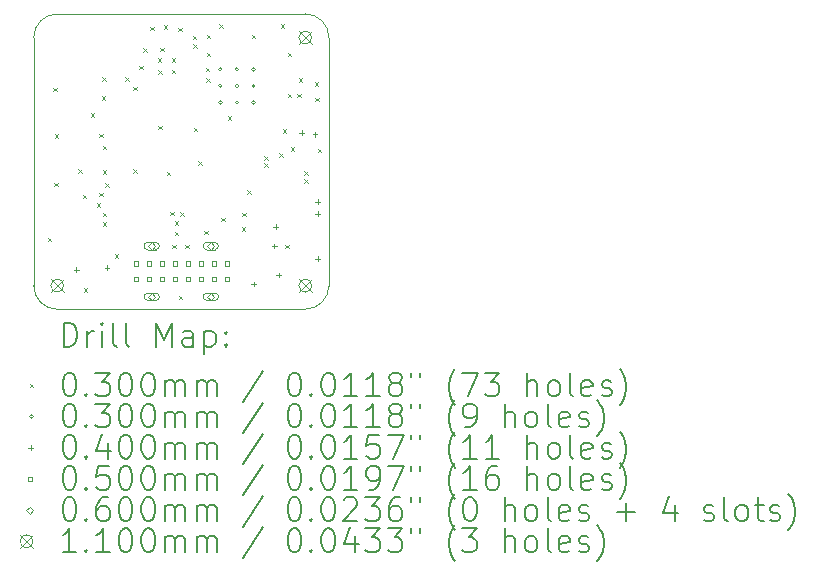
<source format=gbr>
%TF.GenerationSoftware,KiCad,Pcbnew,9.0.2*%
%TF.CreationDate,2025-12-01T11:38:41+01:00*%
%TF.ProjectId,PCB,5043422e-6b69-4636-9164-5f7063625858,rev?*%
%TF.SameCoordinates,Original*%
%TF.FileFunction,Drillmap*%
%TF.FilePolarity,Positive*%
%FSLAX45Y45*%
G04 Gerber Fmt 4.5, Leading zero omitted, Abs format (unit mm)*
G04 Created by KiCad (PCBNEW 9.0.2) date 2025-12-01 11:38:41*
%MOMM*%
%LPD*%
G01*
G04 APERTURE LIST*
%ADD10C,0.100000*%
%ADD11C,0.200000*%
%ADD12C,0.110000*%
G04 APERTURE END LIST*
D10*
X8750000Y-8950000D02*
X8750000Y-11050000D01*
X11050000Y-8750000D02*
G75*
G02*
X11250000Y-8950000I0J-200000D01*
G01*
X8950000Y-11250000D02*
X11050000Y-11250000D01*
X11250000Y-11050000D02*
X11250000Y-8950000D01*
X8750000Y-8950000D02*
G75*
G02*
X8950000Y-8750000I200000J0D01*
G01*
X8950000Y-11250000D02*
G75*
G02*
X8750000Y-11050000I0J200000D01*
G01*
X11250000Y-11050000D02*
G75*
G02*
X11050000Y-11250000I-200000J0D01*
G01*
X11050000Y-8750000D02*
X8950000Y-8750000D01*
D11*
D10*
X8870000Y-10645000D02*
X8900000Y-10675000D01*
X8900000Y-10645000D02*
X8870000Y-10675000D01*
X8915000Y-9375000D02*
X8945000Y-9405000D01*
X8945000Y-9375000D02*
X8915000Y-9405000D01*
X8925000Y-10180000D02*
X8955000Y-10210000D01*
X8955000Y-10180000D02*
X8925000Y-10210000D01*
X8930000Y-9770000D02*
X8960000Y-9800000D01*
X8960000Y-9770000D02*
X8930000Y-9800000D01*
X9127242Y-10066357D02*
X9157242Y-10096357D01*
X9157242Y-10066357D02*
X9127242Y-10096357D01*
X9165000Y-10280000D02*
X9195000Y-10310000D01*
X9195000Y-10280000D02*
X9165000Y-10310000D01*
X9175000Y-11071750D02*
X9205000Y-11101750D01*
X9205000Y-11071750D02*
X9175000Y-11101750D01*
X9235000Y-9590000D02*
X9265000Y-9620000D01*
X9265000Y-9590000D02*
X9235000Y-9620000D01*
X9285000Y-10355000D02*
X9315000Y-10385000D01*
X9315000Y-10355000D02*
X9285000Y-10385000D01*
X9305000Y-9765000D02*
X9335000Y-9795000D01*
X9335000Y-9765000D02*
X9305000Y-9795000D01*
X9305000Y-10265000D02*
X9335000Y-10295000D01*
X9335000Y-10265000D02*
X9305000Y-10295000D01*
X9325000Y-9445000D02*
X9355000Y-9475000D01*
X9355000Y-9445000D02*
X9325000Y-9475000D01*
X9330000Y-9285000D02*
X9360000Y-9315000D01*
X9360000Y-9285000D02*
X9330000Y-9315000D01*
X9335000Y-9865000D02*
X9365000Y-9895000D01*
X9365000Y-9865000D02*
X9335000Y-9895000D01*
X9335000Y-10075000D02*
X9365000Y-10105000D01*
X9365000Y-10075000D02*
X9335000Y-10105000D01*
X9335000Y-10435000D02*
X9365000Y-10465000D01*
X9365000Y-10435000D02*
X9335000Y-10465000D01*
X9335000Y-10515000D02*
X9365000Y-10545000D01*
X9365000Y-10515000D02*
X9335000Y-10545000D01*
X9355000Y-10185000D02*
X9385000Y-10215000D01*
X9385000Y-10185000D02*
X9355000Y-10215000D01*
X9435000Y-10785000D02*
X9465000Y-10815000D01*
X9465000Y-10785000D02*
X9435000Y-10815000D01*
X9525000Y-9285000D02*
X9555000Y-9315000D01*
X9555000Y-9285000D02*
X9525000Y-9315000D01*
X9595000Y-9365000D02*
X9625000Y-9395000D01*
X9625000Y-9365000D02*
X9595000Y-9395000D01*
X9595000Y-10065000D02*
X9625000Y-10095000D01*
X9625000Y-10065000D02*
X9595000Y-10095000D01*
X9645000Y-9190000D02*
X9675000Y-9220000D01*
X9675000Y-9190000D02*
X9645000Y-9220000D01*
X9677500Y-9040000D02*
X9707500Y-9070000D01*
X9707500Y-9040000D02*
X9677500Y-9070000D01*
X9735000Y-8860000D02*
X9765000Y-8890000D01*
X9765000Y-8860000D02*
X9735000Y-8890000D01*
X9802000Y-9127000D02*
X9832000Y-9157000D01*
X9832000Y-9127000D02*
X9802000Y-9157000D01*
X9805000Y-9225000D02*
X9835000Y-9255000D01*
X9835000Y-9225000D02*
X9805000Y-9255000D01*
X9805000Y-9695000D02*
X9835000Y-9725000D01*
X9835000Y-9695000D02*
X9805000Y-9725000D01*
X9820000Y-9035000D02*
X9850000Y-9065000D01*
X9850000Y-9035000D02*
X9820000Y-9065000D01*
X9850000Y-8845000D02*
X9880000Y-8875000D01*
X9880000Y-8845000D02*
X9850000Y-8875000D01*
X9875000Y-10085000D02*
X9905000Y-10115000D01*
X9905000Y-10085000D02*
X9875000Y-10115000D01*
X9905000Y-10425000D02*
X9935000Y-10455000D01*
X9935000Y-10425000D02*
X9905000Y-10455000D01*
X9920000Y-9125000D02*
X9950000Y-9155000D01*
X9950000Y-9125000D02*
X9920000Y-9155000D01*
X9920000Y-9223000D02*
X9950000Y-9253000D01*
X9950000Y-9223000D02*
X9920000Y-9253000D01*
X9925000Y-10705000D02*
X9955000Y-10735000D01*
X9955000Y-10705000D02*
X9925000Y-10735000D01*
X9945000Y-10505000D02*
X9975000Y-10535000D01*
X9975000Y-10505000D02*
X9945000Y-10535000D01*
X9945000Y-10595000D02*
X9975000Y-10625000D01*
X9975000Y-10595000D02*
X9945000Y-10625000D01*
X9975000Y-8865000D02*
X10005000Y-8895000D01*
X10005000Y-8865000D02*
X9975000Y-8895000D01*
X9980000Y-11135000D02*
X10010000Y-11165000D01*
X10010000Y-11135000D02*
X9980000Y-11165000D01*
X9990000Y-10430000D02*
X10020000Y-10460000D01*
X10020000Y-10430000D02*
X9990000Y-10460000D01*
X10035000Y-10705000D02*
X10065000Y-10735000D01*
X10065000Y-10705000D02*
X10035000Y-10735000D01*
X10095000Y-8935000D02*
X10125000Y-8965000D01*
X10125000Y-8935000D02*
X10095000Y-8965000D01*
X10100000Y-9005000D02*
X10130000Y-9035000D01*
X10130000Y-9005000D02*
X10100000Y-9035000D01*
X10105000Y-9715000D02*
X10135000Y-9745000D01*
X10135000Y-9715000D02*
X10105000Y-9745000D01*
X10145000Y-9995000D02*
X10175000Y-10025000D01*
X10175000Y-9995000D02*
X10145000Y-10025000D01*
X10195000Y-10585000D02*
X10225000Y-10615000D01*
X10225000Y-10585000D02*
X10195000Y-10615000D01*
X10205000Y-9205000D02*
X10235000Y-9235000D01*
X10235000Y-9205000D02*
X10205000Y-9235000D01*
X10210000Y-9292500D02*
X10240000Y-9322500D01*
X10240000Y-9292500D02*
X10210000Y-9322500D01*
X10215000Y-8927500D02*
X10245000Y-8957500D01*
X10245000Y-8927500D02*
X10215000Y-8957500D01*
X10215000Y-9080000D02*
X10245000Y-9110000D01*
X10245000Y-9080000D02*
X10215000Y-9110000D01*
X10320000Y-8835000D02*
X10350000Y-8865000D01*
X10350000Y-8835000D02*
X10320000Y-8865000D01*
X10340000Y-10475000D02*
X10370000Y-10505000D01*
X10370000Y-10475000D02*
X10340000Y-10505000D01*
X10395000Y-9617500D02*
X10425000Y-9647500D01*
X10425000Y-9617500D02*
X10395000Y-9647500D01*
X10510000Y-10555000D02*
X10540000Y-10585000D01*
X10540000Y-10555000D02*
X10510000Y-10585000D01*
X10515000Y-10435000D02*
X10545000Y-10465000D01*
X10545000Y-10435000D02*
X10515000Y-10465000D01*
X10560000Y-10245000D02*
X10590000Y-10275000D01*
X10590000Y-10245000D02*
X10560000Y-10275000D01*
X10595000Y-8927500D02*
X10625000Y-8957500D01*
X10625000Y-8927500D02*
X10595000Y-8957500D01*
X10700000Y-9955000D02*
X10730000Y-9985000D01*
X10730000Y-9955000D02*
X10700000Y-9985000D01*
X10700000Y-10015000D02*
X10730000Y-10045000D01*
X10730000Y-10015000D02*
X10700000Y-10045000D01*
X10830000Y-9930000D02*
X10860000Y-9960000D01*
X10860000Y-9930000D02*
X10830000Y-9960000D01*
X10840000Y-8835000D02*
X10870000Y-8865000D01*
X10870000Y-8835000D02*
X10840000Y-8865000D01*
X10860000Y-9725000D02*
X10890000Y-9755000D01*
X10890000Y-9725000D02*
X10860000Y-9755000D01*
X10880000Y-10703750D02*
X10910000Y-10733750D01*
X10910000Y-10703750D02*
X10880000Y-10733750D01*
X10900000Y-9080000D02*
X10930000Y-9110000D01*
X10930000Y-9080000D02*
X10900000Y-9110000D01*
X10900000Y-9425000D02*
X10930000Y-9455000D01*
X10930000Y-9425000D02*
X10900000Y-9455000D01*
X10925000Y-9880000D02*
X10955000Y-9910000D01*
X10955000Y-9880000D02*
X10925000Y-9910000D01*
X10980000Y-9425000D02*
X11010000Y-9455000D01*
X11010000Y-9425000D02*
X10980000Y-9455000D01*
X10995000Y-9295000D02*
X11025000Y-9325000D01*
X11025000Y-9295000D02*
X10995000Y-9325000D01*
X11040000Y-10080000D02*
X11070000Y-10110000D01*
X11070000Y-10080000D02*
X11040000Y-10110000D01*
X11040000Y-10150000D02*
X11070000Y-10180000D01*
X11070000Y-10150000D02*
X11040000Y-10180000D01*
X11130000Y-9330000D02*
X11160000Y-9360000D01*
X11160000Y-9330000D02*
X11130000Y-9360000D01*
X11135000Y-9460000D02*
X11165000Y-9490000D01*
X11165000Y-9460000D02*
X11135000Y-9490000D01*
X11155000Y-9890000D02*
X11185000Y-9920000D01*
X11185000Y-9890000D02*
X11155000Y-9920000D01*
X10345000Y-9220000D02*
G75*
G02*
X10315000Y-9220000I-15000J0D01*
G01*
X10315000Y-9220000D02*
G75*
G02*
X10345000Y-9220000I15000J0D01*
G01*
X10345000Y-9360000D02*
G75*
G02*
X10315000Y-9360000I-15000J0D01*
G01*
X10315000Y-9360000D02*
G75*
G02*
X10345000Y-9360000I15000J0D01*
G01*
X10345000Y-9500000D02*
G75*
G02*
X10315000Y-9500000I-15000J0D01*
G01*
X10315000Y-9500000D02*
G75*
G02*
X10345000Y-9500000I15000J0D01*
G01*
X10485000Y-9220000D02*
G75*
G02*
X10455000Y-9220000I-15000J0D01*
G01*
X10455000Y-9220000D02*
G75*
G02*
X10485000Y-9220000I15000J0D01*
G01*
X10485000Y-9360000D02*
G75*
G02*
X10455000Y-9360000I-15000J0D01*
G01*
X10455000Y-9360000D02*
G75*
G02*
X10485000Y-9360000I15000J0D01*
G01*
X10485000Y-9500000D02*
G75*
G02*
X10455000Y-9500000I-15000J0D01*
G01*
X10455000Y-9500000D02*
G75*
G02*
X10485000Y-9500000I15000J0D01*
G01*
X10625000Y-9220000D02*
G75*
G02*
X10595000Y-9220000I-15000J0D01*
G01*
X10595000Y-9220000D02*
G75*
G02*
X10625000Y-9220000I15000J0D01*
G01*
X10625000Y-9360000D02*
G75*
G02*
X10595000Y-9360000I-15000J0D01*
G01*
X10595000Y-9360000D02*
G75*
G02*
X10625000Y-9360000I15000J0D01*
G01*
X10625000Y-9500000D02*
G75*
G02*
X10595000Y-9500000I-15000J0D01*
G01*
X10595000Y-9500000D02*
G75*
G02*
X10625000Y-9500000I15000J0D01*
G01*
X9110000Y-10895000D02*
X9110000Y-10935000D01*
X9090000Y-10915000D02*
X9130000Y-10915000D01*
X9370000Y-10880000D02*
X9370000Y-10920000D01*
X9350000Y-10900000D02*
X9390000Y-10900000D01*
X10614369Y-11016197D02*
X10614369Y-11056197D01*
X10594369Y-11036197D02*
X10634369Y-11036197D01*
X10787500Y-10695000D02*
X10787500Y-10735000D01*
X10767500Y-10715000D02*
X10807500Y-10715000D01*
X10800000Y-10530000D02*
X10800000Y-10570000D01*
X10780000Y-10550000D02*
X10820000Y-10550000D01*
X10825000Y-10940000D02*
X10825000Y-10980000D01*
X10805000Y-10960000D02*
X10845000Y-10960000D01*
X11020000Y-9735000D02*
X11020000Y-9775000D01*
X11000000Y-9755000D02*
X11040000Y-9755000D01*
X11131750Y-9750000D02*
X11131750Y-9790000D01*
X11111750Y-9770000D02*
X11151750Y-9770000D01*
X11153750Y-10803750D02*
X11153750Y-10843750D01*
X11133750Y-10823750D02*
X11173750Y-10823750D01*
X11155000Y-10320000D02*
X11155000Y-10360000D01*
X11135000Y-10340000D02*
X11175000Y-10340000D01*
X11155000Y-10420000D02*
X11155000Y-10460000D01*
X11135000Y-10440000D02*
X11175000Y-10440000D01*
X9632678Y-10880178D02*
X9632678Y-10844822D01*
X9597322Y-10844822D01*
X9597322Y-10880178D01*
X9632678Y-10880178D01*
X9632678Y-11015178D02*
X9632678Y-10979822D01*
X9597322Y-10979822D01*
X9597322Y-11015178D01*
X9632678Y-11015178D01*
X9742678Y-10880178D02*
X9742678Y-10844822D01*
X9707322Y-10844822D01*
X9707322Y-10880178D01*
X9742678Y-10880178D01*
X9742678Y-11015178D02*
X9742678Y-10979822D01*
X9707322Y-10979822D01*
X9707322Y-11015178D01*
X9742678Y-11015178D01*
X9852678Y-10880178D02*
X9852678Y-10844822D01*
X9817322Y-10844822D01*
X9817322Y-10880178D01*
X9852678Y-10880178D01*
X9852678Y-11015178D02*
X9852678Y-10979822D01*
X9817322Y-10979822D01*
X9817322Y-11015178D01*
X9852678Y-11015178D01*
X9962678Y-10880178D02*
X9962678Y-10844822D01*
X9927322Y-10844822D01*
X9927322Y-10880178D01*
X9962678Y-10880178D01*
X9962678Y-11015178D02*
X9962678Y-10979822D01*
X9927322Y-10979822D01*
X9927322Y-11015178D01*
X9962678Y-11015178D01*
X10072678Y-10880178D02*
X10072678Y-10844822D01*
X10037322Y-10844822D01*
X10037322Y-10880178D01*
X10072678Y-10880178D01*
X10072678Y-11015178D02*
X10072678Y-10979822D01*
X10037322Y-10979822D01*
X10037322Y-11015178D01*
X10072678Y-11015178D01*
X10182678Y-10880178D02*
X10182678Y-10844822D01*
X10147322Y-10844822D01*
X10147322Y-10880178D01*
X10182678Y-10880178D01*
X10182678Y-11015178D02*
X10182678Y-10979822D01*
X10147322Y-10979822D01*
X10147322Y-11015178D01*
X10182678Y-11015178D01*
X10292678Y-10880178D02*
X10292678Y-10844822D01*
X10257322Y-10844822D01*
X10257322Y-10880178D01*
X10292678Y-10880178D01*
X10292678Y-11015178D02*
X10292678Y-10979822D01*
X10257322Y-10979822D01*
X10257322Y-11015178D01*
X10292678Y-11015178D01*
X10402678Y-10880178D02*
X10402678Y-10844822D01*
X10367322Y-10844822D01*
X10367322Y-10880178D01*
X10402678Y-10880178D01*
X10402678Y-11015178D02*
X10402678Y-10979822D01*
X10367322Y-10979822D01*
X10367322Y-11015178D01*
X10402678Y-11015178D01*
X9750000Y-10745000D02*
X9780000Y-10715000D01*
X9750000Y-10685000D01*
X9720000Y-10715000D01*
X9750000Y-10745000D01*
X9715000Y-10745000D02*
X9785000Y-10745000D01*
X9785000Y-10685000D02*
G75*
G02*
X9785000Y-10745000I0J-30000D01*
G01*
X9785000Y-10685000D02*
X9715000Y-10685000D01*
X9715000Y-10685000D02*
G75*
G03*
X9715000Y-10745000I0J-30000D01*
G01*
X9750000Y-11175000D02*
X9780000Y-11145000D01*
X9750000Y-11115000D01*
X9720000Y-11145000D01*
X9750000Y-11175000D01*
X9715000Y-11175000D02*
X9785000Y-11175000D01*
X9785000Y-11115000D02*
G75*
G02*
X9785000Y-11175000I0J-30000D01*
G01*
X9785000Y-11115000D02*
X9715000Y-11115000D01*
X9715000Y-11115000D02*
G75*
G03*
X9715000Y-11175000I0J-30000D01*
G01*
X10250000Y-10745000D02*
X10280000Y-10715000D01*
X10250000Y-10685000D01*
X10220000Y-10715000D01*
X10250000Y-10745000D01*
X10215000Y-10745000D02*
X10285000Y-10745000D01*
X10285000Y-10685000D02*
G75*
G02*
X10285000Y-10745000I0J-30000D01*
G01*
X10285000Y-10685000D02*
X10215000Y-10685000D01*
X10215000Y-10685000D02*
G75*
G03*
X10215000Y-10745000I0J-30000D01*
G01*
X10250000Y-11175000D02*
X10280000Y-11145000D01*
X10250000Y-11115000D01*
X10220000Y-11145000D01*
X10250000Y-11175000D01*
X10215000Y-11175000D02*
X10285000Y-11175000D01*
X10285000Y-11115000D02*
G75*
G02*
X10285000Y-11175000I0J-30000D01*
G01*
X10285000Y-11115000D02*
X10215000Y-11115000D01*
X10215000Y-11115000D02*
G75*
G03*
X10215000Y-11175000I0J-30000D01*
G01*
D12*
X8895000Y-10995000D02*
X9005000Y-11105000D01*
X9005000Y-10995000D02*
X8895000Y-11105000D01*
X9005000Y-11050000D02*
G75*
G02*
X8895000Y-11050000I-55000J0D01*
G01*
X8895000Y-11050000D02*
G75*
G02*
X9005000Y-11050000I55000J0D01*
G01*
X10995000Y-8895000D02*
X11105000Y-9005000D01*
X11105000Y-8895000D02*
X10995000Y-9005000D01*
X11105000Y-8950000D02*
G75*
G02*
X10995000Y-8950000I-55000J0D01*
G01*
X10995000Y-8950000D02*
G75*
G02*
X11105000Y-8950000I55000J0D01*
G01*
X10995000Y-10995000D02*
X11105000Y-11105000D01*
X11105000Y-10995000D02*
X10995000Y-11105000D01*
X11105000Y-11050000D02*
G75*
G02*
X10995000Y-11050000I-55000J0D01*
G01*
X10995000Y-11050000D02*
G75*
G02*
X11105000Y-11050000I55000J0D01*
G01*
D11*
X9005777Y-11566484D02*
X9005777Y-11366484D01*
X9005777Y-11366484D02*
X9053396Y-11366484D01*
X9053396Y-11366484D02*
X9081967Y-11376008D01*
X9081967Y-11376008D02*
X9101015Y-11395055D01*
X9101015Y-11395055D02*
X9110539Y-11414103D01*
X9110539Y-11414103D02*
X9120063Y-11452198D01*
X9120063Y-11452198D02*
X9120063Y-11480769D01*
X9120063Y-11480769D02*
X9110539Y-11518865D01*
X9110539Y-11518865D02*
X9101015Y-11537912D01*
X9101015Y-11537912D02*
X9081967Y-11556960D01*
X9081967Y-11556960D02*
X9053396Y-11566484D01*
X9053396Y-11566484D02*
X9005777Y-11566484D01*
X9205777Y-11566484D02*
X9205777Y-11433150D01*
X9205777Y-11471246D02*
X9215301Y-11452198D01*
X9215301Y-11452198D02*
X9224824Y-11442674D01*
X9224824Y-11442674D02*
X9243872Y-11433150D01*
X9243872Y-11433150D02*
X9262920Y-11433150D01*
X9329586Y-11566484D02*
X9329586Y-11433150D01*
X9329586Y-11366484D02*
X9320063Y-11376008D01*
X9320063Y-11376008D02*
X9329586Y-11385531D01*
X9329586Y-11385531D02*
X9339110Y-11376008D01*
X9339110Y-11376008D02*
X9329586Y-11366484D01*
X9329586Y-11366484D02*
X9329586Y-11385531D01*
X9453396Y-11566484D02*
X9434348Y-11556960D01*
X9434348Y-11556960D02*
X9424824Y-11537912D01*
X9424824Y-11537912D02*
X9424824Y-11366484D01*
X9558158Y-11566484D02*
X9539110Y-11556960D01*
X9539110Y-11556960D02*
X9529586Y-11537912D01*
X9529586Y-11537912D02*
X9529586Y-11366484D01*
X9786729Y-11566484D02*
X9786729Y-11366484D01*
X9786729Y-11366484D02*
X9853396Y-11509341D01*
X9853396Y-11509341D02*
X9920063Y-11366484D01*
X9920063Y-11366484D02*
X9920063Y-11566484D01*
X10101015Y-11566484D02*
X10101015Y-11461722D01*
X10101015Y-11461722D02*
X10091491Y-11442674D01*
X10091491Y-11442674D02*
X10072444Y-11433150D01*
X10072444Y-11433150D02*
X10034348Y-11433150D01*
X10034348Y-11433150D02*
X10015301Y-11442674D01*
X10101015Y-11556960D02*
X10081967Y-11566484D01*
X10081967Y-11566484D02*
X10034348Y-11566484D01*
X10034348Y-11566484D02*
X10015301Y-11556960D01*
X10015301Y-11556960D02*
X10005777Y-11537912D01*
X10005777Y-11537912D02*
X10005777Y-11518865D01*
X10005777Y-11518865D02*
X10015301Y-11499817D01*
X10015301Y-11499817D02*
X10034348Y-11490293D01*
X10034348Y-11490293D02*
X10081967Y-11490293D01*
X10081967Y-11490293D02*
X10101015Y-11480769D01*
X10196253Y-11433150D02*
X10196253Y-11633150D01*
X10196253Y-11442674D02*
X10215301Y-11433150D01*
X10215301Y-11433150D02*
X10253396Y-11433150D01*
X10253396Y-11433150D02*
X10272444Y-11442674D01*
X10272444Y-11442674D02*
X10281967Y-11452198D01*
X10281967Y-11452198D02*
X10291491Y-11471246D01*
X10291491Y-11471246D02*
X10291491Y-11528388D01*
X10291491Y-11528388D02*
X10281967Y-11547436D01*
X10281967Y-11547436D02*
X10272444Y-11556960D01*
X10272444Y-11556960D02*
X10253396Y-11566484D01*
X10253396Y-11566484D02*
X10215301Y-11566484D01*
X10215301Y-11566484D02*
X10196253Y-11556960D01*
X10377205Y-11547436D02*
X10386729Y-11556960D01*
X10386729Y-11556960D02*
X10377205Y-11566484D01*
X10377205Y-11566484D02*
X10367682Y-11556960D01*
X10367682Y-11556960D02*
X10377205Y-11547436D01*
X10377205Y-11547436D02*
X10377205Y-11566484D01*
X10377205Y-11442674D02*
X10386729Y-11452198D01*
X10386729Y-11452198D02*
X10377205Y-11461722D01*
X10377205Y-11461722D02*
X10367682Y-11452198D01*
X10367682Y-11452198D02*
X10377205Y-11442674D01*
X10377205Y-11442674D02*
X10377205Y-11461722D01*
D10*
X8715000Y-11880000D02*
X8745000Y-11910000D01*
X8745000Y-11880000D02*
X8715000Y-11910000D01*
D11*
X9043872Y-11786484D02*
X9062920Y-11786484D01*
X9062920Y-11786484D02*
X9081967Y-11796008D01*
X9081967Y-11796008D02*
X9091491Y-11805531D01*
X9091491Y-11805531D02*
X9101015Y-11824579D01*
X9101015Y-11824579D02*
X9110539Y-11862674D01*
X9110539Y-11862674D02*
X9110539Y-11910293D01*
X9110539Y-11910293D02*
X9101015Y-11948388D01*
X9101015Y-11948388D02*
X9091491Y-11967436D01*
X9091491Y-11967436D02*
X9081967Y-11976960D01*
X9081967Y-11976960D02*
X9062920Y-11986484D01*
X9062920Y-11986484D02*
X9043872Y-11986484D01*
X9043872Y-11986484D02*
X9024824Y-11976960D01*
X9024824Y-11976960D02*
X9015301Y-11967436D01*
X9015301Y-11967436D02*
X9005777Y-11948388D01*
X9005777Y-11948388D02*
X8996253Y-11910293D01*
X8996253Y-11910293D02*
X8996253Y-11862674D01*
X8996253Y-11862674D02*
X9005777Y-11824579D01*
X9005777Y-11824579D02*
X9015301Y-11805531D01*
X9015301Y-11805531D02*
X9024824Y-11796008D01*
X9024824Y-11796008D02*
X9043872Y-11786484D01*
X9196253Y-11967436D02*
X9205777Y-11976960D01*
X9205777Y-11976960D02*
X9196253Y-11986484D01*
X9196253Y-11986484D02*
X9186729Y-11976960D01*
X9186729Y-11976960D02*
X9196253Y-11967436D01*
X9196253Y-11967436D02*
X9196253Y-11986484D01*
X9272444Y-11786484D02*
X9396253Y-11786484D01*
X9396253Y-11786484D02*
X9329586Y-11862674D01*
X9329586Y-11862674D02*
X9358158Y-11862674D01*
X9358158Y-11862674D02*
X9377205Y-11872198D01*
X9377205Y-11872198D02*
X9386729Y-11881722D01*
X9386729Y-11881722D02*
X9396253Y-11900769D01*
X9396253Y-11900769D02*
X9396253Y-11948388D01*
X9396253Y-11948388D02*
X9386729Y-11967436D01*
X9386729Y-11967436D02*
X9377205Y-11976960D01*
X9377205Y-11976960D02*
X9358158Y-11986484D01*
X9358158Y-11986484D02*
X9301015Y-11986484D01*
X9301015Y-11986484D02*
X9281967Y-11976960D01*
X9281967Y-11976960D02*
X9272444Y-11967436D01*
X9520063Y-11786484D02*
X9539110Y-11786484D01*
X9539110Y-11786484D02*
X9558158Y-11796008D01*
X9558158Y-11796008D02*
X9567682Y-11805531D01*
X9567682Y-11805531D02*
X9577205Y-11824579D01*
X9577205Y-11824579D02*
X9586729Y-11862674D01*
X9586729Y-11862674D02*
X9586729Y-11910293D01*
X9586729Y-11910293D02*
X9577205Y-11948388D01*
X9577205Y-11948388D02*
X9567682Y-11967436D01*
X9567682Y-11967436D02*
X9558158Y-11976960D01*
X9558158Y-11976960D02*
X9539110Y-11986484D01*
X9539110Y-11986484D02*
X9520063Y-11986484D01*
X9520063Y-11986484D02*
X9501015Y-11976960D01*
X9501015Y-11976960D02*
X9491491Y-11967436D01*
X9491491Y-11967436D02*
X9481967Y-11948388D01*
X9481967Y-11948388D02*
X9472444Y-11910293D01*
X9472444Y-11910293D02*
X9472444Y-11862674D01*
X9472444Y-11862674D02*
X9481967Y-11824579D01*
X9481967Y-11824579D02*
X9491491Y-11805531D01*
X9491491Y-11805531D02*
X9501015Y-11796008D01*
X9501015Y-11796008D02*
X9520063Y-11786484D01*
X9710539Y-11786484D02*
X9729586Y-11786484D01*
X9729586Y-11786484D02*
X9748634Y-11796008D01*
X9748634Y-11796008D02*
X9758158Y-11805531D01*
X9758158Y-11805531D02*
X9767682Y-11824579D01*
X9767682Y-11824579D02*
X9777205Y-11862674D01*
X9777205Y-11862674D02*
X9777205Y-11910293D01*
X9777205Y-11910293D02*
X9767682Y-11948388D01*
X9767682Y-11948388D02*
X9758158Y-11967436D01*
X9758158Y-11967436D02*
X9748634Y-11976960D01*
X9748634Y-11976960D02*
X9729586Y-11986484D01*
X9729586Y-11986484D02*
X9710539Y-11986484D01*
X9710539Y-11986484D02*
X9691491Y-11976960D01*
X9691491Y-11976960D02*
X9681967Y-11967436D01*
X9681967Y-11967436D02*
X9672444Y-11948388D01*
X9672444Y-11948388D02*
X9662920Y-11910293D01*
X9662920Y-11910293D02*
X9662920Y-11862674D01*
X9662920Y-11862674D02*
X9672444Y-11824579D01*
X9672444Y-11824579D02*
X9681967Y-11805531D01*
X9681967Y-11805531D02*
X9691491Y-11796008D01*
X9691491Y-11796008D02*
X9710539Y-11786484D01*
X9862920Y-11986484D02*
X9862920Y-11853150D01*
X9862920Y-11872198D02*
X9872444Y-11862674D01*
X9872444Y-11862674D02*
X9891491Y-11853150D01*
X9891491Y-11853150D02*
X9920063Y-11853150D01*
X9920063Y-11853150D02*
X9939110Y-11862674D01*
X9939110Y-11862674D02*
X9948634Y-11881722D01*
X9948634Y-11881722D02*
X9948634Y-11986484D01*
X9948634Y-11881722D02*
X9958158Y-11862674D01*
X9958158Y-11862674D02*
X9977205Y-11853150D01*
X9977205Y-11853150D02*
X10005777Y-11853150D01*
X10005777Y-11853150D02*
X10024825Y-11862674D01*
X10024825Y-11862674D02*
X10034348Y-11881722D01*
X10034348Y-11881722D02*
X10034348Y-11986484D01*
X10129586Y-11986484D02*
X10129586Y-11853150D01*
X10129586Y-11872198D02*
X10139110Y-11862674D01*
X10139110Y-11862674D02*
X10158158Y-11853150D01*
X10158158Y-11853150D02*
X10186729Y-11853150D01*
X10186729Y-11853150D02*
X10205777Y-11862674D01*
X10205777Y-11862674D02*
X10215301Y-11881722D01*
X10215301Y-11881722D02*
X10215301Y-11986484D01*
X10215301Y-11881722D02*
X10224825Y-11862674D01*
X10224825Y-11862674D02*
X10243872Y-11853150D01*
X10243872Y-11853150D02*
X10272444Y-11853150D01*
X10272444Y-11853150D02*
X10291491Y-11862674D01*
X10291491Y-11862674D02*
X10301015Y-11881722D01*
X10301015Y-11881722D02*
X10301015Y-11986484D01*
X10691491Y-11776960D02*
X10520063Y-12034103D01*
X10948634Y-11786484D02*
X10967682Y-11786484D01*
X10967682Y-11786484D02*
X10986729Y-11796008D01*
X10986729Y-11796008D02*
X10996253Y-11805531D01*
X10996253Y-11805531D02*
X11005777Y-11824579D01*
X11005777Y-11824579D02*
X11015301Y-11862674D01*
X11015301Y-11862674D02*
X11015301Y-11910293D01*
X11015301Y-11910293D02*
X11005777Y-11948388D01*
X11005777Y-11948388D02*
X10996253Y-11967436D01*
X10996253Y-11967436D02*
X10986729Y-11976960D01*
X10986729Y-11976960D02*
X10967682Y-11986484D01*
X10967682Y-11986484D02*
X10948634Y-11986484D01*
X10948634Y-11986484D02*
X10929587Y-11976960D01*
X10929587Y-11976960D02*
X10920063Y-11967436D01*
X10920063Y-11967436D02*
X10910539Y-11948388D01*
X10910539Y-11948388D02*
X10901015Y-11910293D01*
X10901015Y-11910293D02*
X10901015Y-11862674D01*
X10901015Y-11862674D02*
X10910539Y-11824579D01*
X10910539Y-11824579D02*
X10920063Y-11805531D01*
X10920063Y-11805531D02*
X10929587Y-11796008D01*
X10929587Y-11796008D02*
X10948634Y-11786484D01*
X11101015Y-11967436D02*
X11110539Y-11976960D01*
X11110539Y-11976960D02*
X11101015Y-11986484D01*
X11101015Y-11986484D02*
X11091491Y-11976960D01*
X11091491Y-11976960D02*
X11101015Y-11967436D01*
X11101015Y-11967436D02*
X11101015Y-11986484D01*
X11234348Y-11786484D02*
X11253396Y-11786484D01*
X11253396Y-11786484D02*
X11272444Y-11796008D01*
X11272444Y-11796008D02*
X11281967Y-11805531D01*
X11281967Y-11805531D02*
X11291491Y-11824579D01*
X11291491Y-11824579D02*
X11301015Y-11862674D01*
X11301015Y-11862674D02*
X11301015Y-11910293D01*
X11301015Y-11910293D02*
X11291491Y-11948388D01*
X11291491Y-11948388D02*
X11281967Y-11967436D01*
X11281967Y-11967436D02*
X11272444Y-11976960D01*
X11272444Y-11976960D02*
X11253396Y-11986484D01*
X11253396Y-11986484D02*
X11234348Y-11986484D01*
X11234348Y-11986484D02*
X11215301Y-11976960D01*
X11215301Y-11976960D02*
X11205777Y-11967436D01*
X11205777Y-11967436D02*
X11196253Y-11948388D01*
X11196253Y-11948388D02*
X11186729Y-11910293D01*
X11186729Y-11910293D02*
X11186729Y-11862674D01*
X11186729Y-11862674D02*
X11196253Y-11824579D01*
X11196253Y-11824579D02*
X11205777Y-11805531D01*
X11205777Y-11805531D02*
X11215301Y-11796008D01*
X11215301Y-11796008D02*
X11234348Y-11786484D01*
X11491491Y-11986484D02*
X11377206Y-11986484D01*
X11434348Y-11986484D02*
X11434348Y-11786484D01*
X11434348Y-11786484D02*
X11415301Y-11815055D01*
X11415301Y-11815055D02*
X11396253Y-11834103D01*
X11396253Y-11834103D02*
X11377206Y-11843627D01*
X11681967Y-11986484D02*
X11567682Y-11986484D01*
X11624825Y-11986484D02*
X11624825Y-11786484D01*
X11624825Y-11786484D02*
X11605777Y-11815055D01*
X11605777Y-11815055D02*
X11586729Y-11834103D01*
X11586729Y-11834103D02*
X11567682Y-11843627D01*
X11796253Y-11872198D02*
X11777206Y-11862674D01*
X11777206Y-11862674D02*
X11767682Y-11853150D01*
X11767682Y-11853150D02*
X11758158Y-11834103D01*
X11758158Y-11834103D02*
X11758158Y-11824579D01*
X11758158Y-11824579D02*
X11767682Y-11805531D01*
X11767682Y-11805531D02*
X11777206Y-11796008D01*
X11777206Y-11796008D02*
X11796253Y-11786484D01*
X11796253Y-11786484D02*
X11834348Y-11786484D01*
X11834348Y-11786484D02*
X11853396Y-11796008D01*
X11853396Y-11796008D02*
X11862920Y-11805531D01*
X11862920Y-11805531D02*
X11872444Y-11824579D01*
X11872444Y-11824579D02*
X11872444Y-11834103D01*
X11872444Y-11834103D02*
X11862920Y-11853150D01*
X11862920Y-11853150D02*
X11853396Y-11862674D01*
X11853396Y-11862674D02*
X11834348Y-11872198D01*
X11834348Y-11872198D02*
X11796253Y-11872198D01*
X11796253Y-11872198D02*
X11777206Y-11881722D01*
X11777206Y-11881722D02*
X11767682Y-11891246D01*
X11767682Y-11891246D02*
X11758158Y-11910293D01*
X11758158Y-11910293D02*
X11758158Y-11948388D01*
X11758158Y-11948388D02*
X11767682Y-11967436D01*
X11767682Y-11967436D02*
X11777206Y-11976960D01*
X11777206Y-11976960D02*
X11796253Y-11986484D01*
X11796253Y-11986484D02*
X11834348Y-11986484D01*
X11834348Y-11986484D02*
X11853396Y-11976960D01*
X11853396Y-11976960D02*
X11862920Y-11967436D01*
X11862920Y-11967436D02*
X11872444Y-11948388D01*
X11872444Y-11948388D02*
X11872444Y-11910293D01*
X11872444Y-11910293D02*
X11862920Y-11891246D01*
X11862920Y-11891246D02*
X11853396Y-11881722D01*
X11853396Y-11881722D02*
X11834348Y-11872198D01*
X11948634Y-11786484D02*
X11948634Y-11824579D01*
X12024825Y-11786484D02*
X12024825Y-11824579D01*
X12320063Y-12062674D02*
X12310539Y-12053150D01*
X12310539Y-12053150D02*
X12291491Y-12024579D01*
X12291491Y-12024579D02*
X12281968Y-12005531D01*
X12281968Y-12005531D02*
X12272444Y-11976960D01*
X12272444Y-11976960D02*
X12262920Y-11929341D01*
X12262920Y-11929341D02*
X12262920Y-11891246D01*
X12262920Y-11891246D02*
X12272444Y-11843627D01*
X12272444Y-11843627D02*
X12281968Y-11815055D01*
X12281968Y-11815055D02*
X12291491Y-11796008D01*
X12291491Y-11796008D02*
X12310539Y-11767436D01*
X12310539Y-11767436D02*
X12320063Y-11757912D01*
X12377206Y-11786484D02*
X12510539Y-11786484D01*
X12510539Y-11786484D02*
X12424825Y-11986484D01*
X12567682Y-11786484D02*
X12691491Y-11786484D01*
X12691491Y-11786484D02*
X12624825Y-11862674D01*
X12624825Y-11862674D02*
X12653396Y-11862674D01*
X12653396Y-11862674D02*
X12672444Y-11872198D01*
X12672444Y-11872198D02*
X12681968Y-11881722D01*
X12681968Y-11881722D02*
X12691491Y-11900769D01*
X12691491Y-11900769D02*
X12691491Y-11948388D01*
X12691491Y-11948388D02*
X12681968Y-11967436D01*
X12681968Y-11967436D02*
X12672444Y-11976960D01*
X12672444Y-11976960D02*
X12653396Y-11986484D01*
X12653396Y-11986484D02*
X12596253Y-11986484D01*
X12596253Y-11986484D02*
X12577206Y-11976960D01*
X12577206Y-11976960D02*
X12567682Y-11967436D01*
X12929587Y-11986484D02*
X12929587Y-11786484D01*
X13015301Y-11986484D02*
X13015301Y-11881722D01*
X13015301Y-11881722D02*
X13005777Y-11862674D01*
X13005777Y-11862674D02*
X12986730Y-11853150D01*
X12986730Y-11853150D02*
X12958158Y-11853150D01*
X12958158Y-11853150D02*
X12939110Y-11862674D01*
X12939110Y-11862674D02*
X12929587Y-11872198D01*
X13139110Y-11986484D02*
X13120063Y-11976960D01*
X13120063Y-11976960D02*
X13110539Y-11967436D01*
X13110539Y-11967436D02*
X13101015Y-11948388D01*
X13101015Y-11948388D02*
X13101015Y-11891246D01*
X13101015Y-11891246D02*
X13110539Y-11872198D01*
X13110539Y-11872198D02*
X13120063Y-11862674D01*
X13120063Y-11862674D02*
X13139110Y-11853150D01*
X13139110Y-11853150D02*
X13167682Y-11853150D01*
X13167682Y-11853150D02*
X13186730Y-11862674D01*
X13186730Y-11862674D02*
X13196253Y-11872198D01*
X13196253Y-11872198D02*
X13205777Y-11891246D01*
X13205777Y-11891246D02*
X13205777Y-11948388D01*
X13205777Y-11948388D02*
X13196253Y-11967436D01*
X13196253Y-11967436D02*
X13186730Y-11976960D01*
X13186730Y-11976960D02*
X13167682Y-11986484D01*
X13167682Y-11986484D02*
X13139110Y-11986484D01*
X13320063Y-11986484D02*
X13301015Y-11976960D01*
X13301015Y-11976960D02*
X13291491Y-11957912D01*
X13291491Y-11957912D02*
X13291491Y-11786484D01*
X13472444Y-11976960D02*
X13453396Y-11986484D01*
X13453396Y-11986484D02*
X13415301Y-11986484D01*
X13415301Y-11986484D02*
X13396253Y-11976960D01*
X13396253Y-11976960D02*
X13386730Y-11957912D01*
X13386730Y-11957912D02*
X13386730Y-11881722D01*
X13386730Y-11881722D02*
X13396253Y-11862674D01*
X13396253Y-11862674D02*
X13415301Y-11853150D01*
X13415301Y-11853150D02*
X13453396Y-11853150D01*
X13453396Y-11853150D02*
X13472444Y-11862674D01*
X13472444Y-11862674D02*
X13481968Y-11881722D01*
X13481968Y-11881722D02*
X13481968Y-11900769D01*
X13481968Y-11900769D02*
X13386730Y-11919817D01*
X13558158Y-11976960D02*
X13577206Y-11986484D01*
X13577206Y-11986484D02*
X13615301Y-11986484D01*
X13615301Y-11986484D02*
X13634349Y-11976960D01*
X13634349Y-11976960D02*
X13643872Y-11957912D01*
X13643872Y-11957912D02*
X13643872Y-11948388D01*
X13643872Y-11948388D02*
X13634349Y-11929341D01*
X13634349Y-11929341D02*
X13615301Y-11919817D01*
X13615301Y-11919817D02*
X13586730Y-11919817D01*
X13586730Y-11919817D02*
X13567682Y-11910293D01*
X13567682Y-11910293D02*
X13558158Y-11891246D01*
X13558158Y-11891246D02*
X13558158Y-11881722D01*
X13558158Y-11881722D02*
X13567682Y-11862674D01*
X13567682Y-11862674D02*
X13586730Y-11853150D01*
X13586730Y-11853150D02*
X13615301Y-11853150D01*
X13615301Y-11853150D02*
X13634349Y-11862674D01*
X13710539Y-12062674D02*
X13720063Y-12053150D01*
X13720063Y-12053150D02*
X13739111Y-12024579D01*
X13739111Y-12024579D02*
X13748634Y-12005531D01*
X13748634Y-12005531D02*
X13758158Y-11976960D01*
X13758158Y-11976960D02*
X13767682Y-11929341D01*
X13767682Y-11929341D02*
X13767682Y-11891246D01*
X13767682Y-11891246D02*
X13758158Y-11843627D01*
X13758158Y-11843627D02*
X13748634Y-11815055D01*
X13748634Y-11815055D02*
X13739111Y-11796008D01*
X13739111Y-11796008D02*
X13720063Y-11767436D01*
X13720063Y-11767436D02*
X13710539Y-11757912D01*
D10*
X8745000Y-12159000D02*
G75*
G02*
X8715000Y-12159000I-15000J0D01*
G01*
X8715000Y-12159000D02*
G75*
G02*
X8745000Y-12159000I15000J0D01*
G01*
D11*
X9043872Y-12050484D02*
X9062920Y-12050484D01*
X9062920Y-12050484D02*
X9081967Y-12060008D01*
X9081967Y-12060008D02*
X9091491Y-12069531D01*
X9091491Y-12069531D02*
X9101015Y-12088579D01*
X9101015Y-12088579D02*
X9110539Y-12126674D01*
X9110539Y-12126674D02*
X9110539Y-12174293D01*
X9110539Y-12174293D02*
X9101015Y-12212388D01*
X9101015Y-12212388D02*
X9091491Y-12231436D01*
X9091491Y-12231436D02*
X9081967Y-12240960D01*
X9081967Y-12240960D02*
X9062920Y-12250484D01*
X9062920Y-12250484D02*
X9043872Y-12250484D01*
X9043872Y-12250484D02*
X9024824Y-12240960D01*
X9024824Y-12240960D02*
X9015301Y-12231436D01*
X9015301Y-12231436D02*
X9005777Y-12212388D01*
X9005777Y-12212388D02*
X8996253Y-12174293D01*
X8996253Y-12174293D02*
X8996253Y-12126674D01*
X8996253Y-12126674D02*
X9005777Y-12088579D01*
X9005777Y-12088579D02*
X9015301Y-12069531D01*
X9015301Y-12069531D02*
X9024824Y-12060008D01*
X9024824Y-12060008D02*
X9043872Y-12050484D01*
X9196253Y-12231436D02*
X9205777Y-12240960D01*
X9205777Y-12240960D02*
X9196253Y-12250484D01*
X9196253Y-12250484D02*
X9186729Y-12240960D01*
X9186729Y-12240960D02*
X9196253Y-12231436D01*
X9196253Y-12231436D02*
X9196253Y-12250484D01*
X9272444Y-12050484D02*
X9396253Y-12050484D01*
X9396253Y-12050484D02*
X9329586Y-12126674D01*
X9329586Y-12126674D02*
X9358158Y-12126674D01*
X9358158Y-12126674D02*
X9377205Y-12136198D01*
X9377205Y-12136198D02*
X9386729Y-12145722D01*
X9386729Y-12145722D02*
X9396253Y-12164769D01*
X9396253Y-12164769D02*
X9396253Y-12212388D01*
X9396253Y-12212388D02*
X9386729Y-12231436D01*
X9386729Y-12231436D02*
X9377205Y-12240960D01*
X9377205Y-12240960D02*
X9358158Y-12250484D01*
X9358158Y-12250484D02*
X9301015Y-12250484D01*
X9301015Y-12250484D02*
X9281967Y-12240960D01*
X9281967Y-12240960D02*
X9272444Y-12231436D01*
X9520063Y-12050484D02*
X9539110Y-12050484D01*
X9539110Y-12050484D02*
X9558158Y-12060008D01*
X9558158Y-12060008D02*
X9567682Y-12069531D01*
X9567682Y-12069531D02*
X9577205Y-12088579D01*
X9577205Y-12088579D02*
X9586729Y-12126674D01*
X9586729Y-12126674D02*
X9586729Y-12174293D01*
X9586729Y-12174293D02*
X9577205Y-12212388D01*
X9577205Y-12212388D02*
X9567682Y-12231436D01*
X9567682Y-12231436D02*
X9558158Y-12240960D01*
X9558158Y-12240960D02*
X9539110Y-12250484D01*
X9539110Y-12250484D02*
X9520063Y-12250484D01*
X9520063Y-12250484D02*
X9501015Y-12240960D01*
X9501015Y-12240960D02*
X9491491Y-12231436D01*
X9491491Y-12231436D02*
X9481967Y-12212388D01*
X9481967Y-12212388D02*
X9472444Y-12174293D01*
X9472444Y-12174293D02*
X9472444Y-12126674D01*
X9472444Y-12126674D02*
X9481967Y-12088579D01*
X9481967Y-12088579D02*
X9491491Y-12069531D01*
X9491491Y-12069531D02*
X9501015Y-12060008D01*
X9501015Y-12060008D02*
X9520063Y-12050484D01*
X9710539Y-12050484D02*
X9729586Y-12050484D01*
X9729586Y-12050484D02*
X9748634Y-12060008D01*
X9748634Y-12060008D02*
X9758158Y-12069531D01*
X9758158Y-12069531D02*
X9767682Y-12088579D01*
X9767682Y-12088579D02*
X9777205Y-12126674D01*
X9777205Y-12126674D02*
X9777205Y-12174293D01*
X9777205Y-12174293D02*
X9767682Y-12212388D01*
X9767682Y-12212388D02*
X9758158Y-12231436D01*
X9758158Y-12231436D02*
X9748634Y-12240960D01*
X9748634Y-12240960D02*
X9729586Y-12250484D01*
X9729586Y-12250484D02*
X9710539Y-12250484D01*
X9710539Y-12250484D02*
X9691491Y-12240960D01*
X9691491Y-12240960D02*
X9681967Y-12231436D01*
X9681967Y-12231436D02*
X9672444Y-12212388D01*
X9672444Y-12212388D02*
X9662920Y-12174293D01*
X9662920Y-12174293D02*
X9662920Y-12126674D01*
X9662920Y-12126674D02*
X9672444Y-12088579D01*
X9672444Y-12088579D02*
X9681967Y-12069531D01*
X9681967Y-12069531D02*
X9691491Y-12060008D01*
X9691491Y-12060008D02*
X9710539Y-12050484D01*
X9862920Y-12250484D02*
X9862920Y-12117150D01*
X9862920Y-12136198D02*
X9872444Y-12126674D01*
X9872444Y-12126674D02*
X9891491Y-12117150D01*
X9891491Y-12117150D02*
X9920063Y-12117150D01*
X9920063Y-12117150D02*
X9939110Y-12126674D01*
X9939110Y-12126674D02*
X9948634Y-12145722D01*
X9948634Y-12145722D02*
X9948634Y-12250484D01*
X9948634Y-12145722D02*
X9958158Y-12126674D01*
X9958158Y-12126674D02*
X9977205Y-12117150D01*
X9977205Y-12117150D02*
X10005777Y-12117150D01*
X10005777Y-12117150D02*
X10024825Y-12126674D01*
X10024825Y-12126674D02*
X10034348Y-12145722D01*
X10034348Y-12145722D02*
X10034348Y-12250484D01*
X10129586Y-12250484D02*
X10129586Y-12117150D01*
X10129586Y-12136198D02*
X10139110Y-12126674D01*
X10139110Y-12126674D02*
X10158158Y-12117150D01*
X10158158Y-12117150D02*
X10186729Y-12117150D01*
X10186729Y-12117150D02*
X10205777Y-12126674D01*
X10205777Y-12126674D02*
X10215301Y-12145722D01*
X10215301Y-12145722D02*
X10215301Y-12250484D01*
X10215301Y-12145722D02*
X10224825Y-12126674D01*
X10224825Y-12126674D02*
X10243872Y-12117150D01*
X10243872Y-12117150D02*
X10272444Y-12117150D01*
X10272444Y-12117150D02*
X10291491Y-12126674D01*
X10291491Y-12126674D02*
X10301015Y-12145722D01*
X10301015Y-12145722D02*
X10301015Y-12250484D01*
X10691491Y-12040960D02*
X10520063Y-12298103D01*
X10948634Y-12050484D02*
X10967682Y-12050484D01*
X10967682Y-12050484D02*
X10986729Y-12060008D01*
X10986729Y-12060008D02*
X10996253Y-12069531D01*
X10996253Y-12069531D02*
X11005777Y-12088579D01*
X11005777Y-12088579D02*
X11015301Y-12126674D01*
X11015301Y-12126674D02*
X11015301Y-12174293D01*
X11015301Y-12174293D02*
X11005777Y-12212388D01*
X11005777Y-12212388D02*
X10996253Y-12231436D01*
X10996253Y-12231436D02*
X10986729Y-12240960D01*
X10986729Y-12240960D02*
X10967682Y-12250484D01*
X10967682Y-12250484D02*
X10948634Y-12250484D01*
X10948634Y-12250484D02*
X10929587Y-12240960D01*
X10929587Y-12240960D02*
X10920063Y-12231436D01*
X10920063Y-12231436D02*
X10910539Y-12212388D01*
X10910539Y-12212388D02*
X10901015Y-12174293D01*
X10901015Y-12174293D02*
X10901015Y-12126674D01*
X10901015Y-12126674D02*
X10910539Y-12088579D01*
X10910539Y-12088579D02*
X10920063Y-12069531D01*
X10920063Y-12069531D02*
X10929587Y-12060008D01*
X10929587Y-12060008D02*
X10948634Y-12050484D01*
X11101015Y-12231436D02*
X11110539Y-12240960D01*
X11110539Y-12240960D02*
X11101015Y-12250484D01*
X11101015Y-12250484D02*
X11091491Y-12240960D01*
X11091491Y-12240960D02*
X11101015Y-12231436D01*
X11101015Y-12231436D02*
X11101015Y-12250484D01*
X11234348Y-12050484D02*
X11253396Y-12050484D01*
X11253396Y-12050484D02*
X11272444Y-12060008D01*
X11272444Y-12060008D02*
X11281967Y-12069531D01*
X11281967Y-12069531D02*
X11291491Y-12088579D01*
X11291491Y-12088579D02*
X11301015Y-12126674D01*
X11301015Y-12126674D02*
X11301015Y-12174293D01*
X11301015Y-12174293D02*
X11291491Y-12212388D01*
X11291491Y-12212388D02*
X11281967Y-12231436D01*
X11281967Y-12231436D02*
X11272444Y-12240960D01*
X11272444Y-12240960D02*
X11253396Y-12250484D01*
X11253396Y-12250484D02*
X11234348Y-12250484D01*
X11234348Y-12250484D02*
X11215301Y-12240960D01*
X11215301Y-12240960D02*
X11205777Y-12231436D01*
X11205777Y-12231436D02*
X11196253Y-12212388D01*
X11196253Y-12212388D02*
X11186729Y-12174293D01*
X11186729Y-12174293D02*
X11186729Y-12126674D01*
X11186729Y-12126674D02*
X11196253Y-12088579D01*
X11196253Y-12088579D02*
X11205777Y-12069531D01*
X11205777Y-12069531D02*
X11215301Y-12060008D01*
X11215301Y-12060008D02*
X11234348Y-12050484D01*
X11491491Y-12250484D02*
X11377206Y-12250484D01*
X11434348Y-12250484D02*
X11434348Y-12050484D01*
X11434348Y-12050484D02*
X11415301Y-12079055D01*
X11415301Y-12079055D02*
X11396253Y-12098103D01*
X11396253Y-12098103D02*
X11377206Y-12107627D01*
X11681967Y-12250484D02*
X11567682Y-12250484D01*
X11624825Y-12250484D02*
X11624825Y-12050484D01*
X11624825Y-12050484D02*
X11605777Y-12079055D01*
X11605777Y-12079055D02*
X11586729Y-12098103D01*
X11586729Y-12098103D02*
X11567682Y-12107627D01*
X11796253Y-12136198D02*
X11777206Y-12126674D01*
X11777206Y-12126674D02*
X11767682Y-12117150D01*
X11767682Y-12117150D02*
X11758158Y-12098103D01*
X11758158Y-12098103D02*
X11758158Y-12088579D01*
X11758158Y-12088579D02*
X11767682Y-12069531D01*
X11767682Y-12069531D02*
X11777206Y-12060008D01*
X11777206Y-12060008D02*
X11796253Y-12050484D01*
X11796253Y-12050484D02*
X11834348Y-12050484D01*
X11834348Y-12050484D02*
X11853396Y-12060008D01*
X11853396Y-12060008D02*
X11862920Y-12069531D01*
X11862920Y-12069531D02*
X11872444Y-12088579D01*
X11872444Y-12088579D02*
X11872444Y-12098103D01*
X11872444Y-12098103D02*
X11862920Y-12117150D01*
X11862920Y-12117150D02*
X11853396Y-12126674D01*
X11853396Y-12126674D02*
X11834348Y-12136198D01*
X11834348Y-12136198D02*
X11796253Y-12136198D01*
X11796253Y-12136198D02*
X11777206Y-12145722D01*
X11777206Y-12145722D02*
X11767682Y-12155246D01*
X11767682Y-12155246D02*
X11758158Y-12174293D01*
X11758158Y-12174293D02*
X11758158Y-12212388D01*
X11758158Y-12212388D02*
X11767682Y-12231436D01*
X11767682Y-12231436D02*
X11777206Y-12240960D01*
X11777206Y-12240960D02*
X11796253Y-12250484D01*
X11796253Y-12250484D02*
X11834348Y-12250484D01*
X11834348Y-12250484D02*
X11853396Y-12240960D01*
X11853396Y-12240960D02*
X11862920Y-12231436D01*
X11862920Y-12231436D02*
X11872444Y-12212388D01*
X11872444Y-12212388D02*
X11872444Y-12174293D01*
X11872444Y-12174293D02*
X11862920Y-12155246D01*
X11862920Y-12155246D02*
X11853396Y-12145722D01*
X11853396Y-12145722D02*
X11834348Y-12136198D01*
X11948634Y-12050484D02*
X11948634Y-12088579D01*
X12024825Y-12050484D02*
X12024825Y-12088579D01*
X12320063Y-12326674D02*
X12310539Y-12317150D01*
X12310539Y-12317150D02*
X12291491Y-12288579D01*
X12291491Y-12288579D02*
X12281968Y-12269531D01*
X12281968Y-12269531D02*
X12272444Y-12240960D01*
X12272444Y-12240960D02*
X12262920Y-12193341D01*
X12262920Y-12193341D02*
X12262920Y-12155246D01*
X12262920Y-12155246D02*
X12272444Y-12107627D01*
X12272444Y-12107627D02*
X12281968Y-12079055D01*
X12281968Y-12079055D02*
X12291491Y-12060008D01*
X12291491Y-12060008D02*
X12310539Y-12031436D01*
X12310539Y-12031436D02*
X12320063Y-12021912D01*
X12405777Y-12250484D02*
X12443872Y-12250484D01*
X12443872Y-12250484D02*
X12462920Y-12240960D01*
X12462920Y-12240960D02*
X12472444Y-12231436D01*
X12472444Y-12231436D02*
X12491491Y-12202865D01*
X12491491Y-12202865D02*
X12501015Y-12164769D01*
X12501015Y-12164769D02*
X12501015Y-12088579D01*
X12501015Y-12088579D02*
X12491491Y-12069531D01*
X12491491Y-12069531D02*
X12481968Y-12060008D01*
X12481968Y-12060008D02*
X12462920Y-12050484D01*
X12462920Y-12050484D02*
X12424825Y-12050484D01*
X12424825Y-12050484D02*
X12405777Y-12060008D01*
X12405777Y-12060008D02*
X12396253Y-12069531D01*
X12396253Y-12069531D02*
X12386729Y-12088579D01*
X12386729Y-12088579D02*
X12386729Y-12136198D01*
X12386729Y-12136198D02*
X12396253Y-12155246D01*
X12396253Y-12155246D02*
X12405777Y-12164769D01*
X12405777Y-12164769D02*
X12424825Y-12174293D01*
X12424825Y-12174293D02*
X12462920Y-12174293D01*
X12462920Y-12174293D02*
X12481968Y-12164769D01*
X12481968Y-12164769D02*
X12491491Y-12155246D01*
X12491491Y-12155246D02*
X12501015Y-12136198D01*
X12739110Y-12250484D02*
X12739110Y-12050484D01*
X12824825Y-12250484D02*
X12824825Y-12145722D01*
X12824825Y-12145722D02*
X12815301Y-12126674D01*
X12815301Y-12126674D02*
X12796253Y-12117150D01*
X12796253Y-12117150D02*
X12767682Y-12117150D01*
X12767682Y-12117150D02*
X12748634Y-12126674D01*
X12748634Y-12126674D02*
X12739110Y-12136198D01*
X12948634Y-12250484D02*
X12929587Y-12240960D01*
X12929587Y-12240960D02*
X12920063Y-12231436D01*
X12920063Y-12231436D02*
X12910539Y-12212388D01*
X12910539Y-12212388D02*
X12910539Y-12155246D01*
X12910539Y-12155246D02*
X12920063Y-12136198D01*
X12920063Y-12136198D02*
X12929587Y-12126674D01*
X12929587Y-12126674D02*
X12948634Y-12117150D01*
X12948634Y-12117150D02*
X12977206Y-12117150D01*
X12977206Y-12117150D02*
X12996253Y-12126674D01*
X12996253Y-12126674D02*
X13005777Y-12136198D01*
X13005777Y-12136198D02*
X13015301Y-12155246D01*
X13015301Y-12155246D02*
X13015301Y-12212388D01*
X13015301Y-12212388D02*
X13005777Y-12231436D01*
X13005777Y-12231436D02*
X12996253Y-12240960D01*
X12996253Y-12240960D02*
X12977206Y-12250484D01*
X12977206Y-12250484D02*
X12948634Y-12250484D01*
X13129587Y-12250484D02*
X13110539Y-12240960D01*
X13110539Y-12240960D02*
X13101015Y-12221912D01*
X13101015Y-12221912D02*
X13101015Y-12050484D01*
X13281968Y-12240960D02*
X13262920Y-12250484D01*
X13262920Y-12250484D02*
X13224825Y-12250484D01*
X13224825Y-12250484D02*
X13205777Y-12240960D01*
X13205777Y-12240960D02*
X13196253Y-12221912D01*
X13196253Y-12221912D02*
X13196253Y-12145722D01*
X13196253Y-12145722D02*
X13205777Y-12126674D01*
X13205777Y-12126674D02*
X13224825Y-12117150D01*
X13224825Y-12117150D02*
X13262920Y-12117150D01*
X13262920Y-12117150D02*
X13281968Y-12126674D01*
X13281968Y-12126674D02*
X13291491Y-12145722D01*
X13291491Y-12145722D02*
X13291491Y-12164769D01*
X13291491Y-12164769D02*
X13196253Y-12183817D01*
X13367682Y-12240960D02*
X13386730Y-12250484D01*
X13386730Y-12250484D02*
X13424825Y-12250484D01*
X13424825Y-12250484D02*
X13443872Y-12240960D01*
X13443872Y-12240960D02*
X13453396Y-12221912D01*
X13453396Y-12221912D02*
X13453396Y-12212388D01*
X13453396Y-12212388D02*
X13443872Y-12193341D01*
X13443872Y-12193341D02*
X13424825Y-12183817D01*
X13424825Y-12183817D02*
X13396253Y-12183817D01*
X13396253Y-12183817D02*
X13377206Y-12174293D01*
X13377206Y-12174293D02*
X13367682Y-12155246D01*
X13367682Y-12155246D02*
X13367682Y-12145722D01*
X13367682Y-12145722D02*
X13377206Y-12126674D01*
X13377206Y-12126674D02*
X13396253Y-12117150D01*
X13396253Y-12117150D02*
X13424825Y-12117150D01*
X13424825Y-12117150D02*
X13443872Y-12126674D01*
X13520063Y-12326674D02*
X13529587Y-12317150D01*
X13529587Y-12317150D02*
X13548634Y-12288579D01*
X13548634Y-12288579D02*
X13558158Y-12269531D01*
X13558158Y-12269531D02*
X13567682Y-12240960D01*
X13567682Y-12240960D02*
X13577206Y-12193341D01*
X13577206Y-12193341D02*
X13577206Y-12155246D01*
X13577206Y-12155246D02*
X13567682Y-12107627D01*
X13567682Y-12107627D02*
X13558158Y-12079055D01*
X13558158Y-12079055D02*
X13548634Y-12060008D01*
X13548634Y-12060008D02*
X13529587Y-12031436D01*
X13529587Y-12031436D02*
X13520063Y-12021912D01*
D10*
X8725000Y-12403000D02*
X8725000Y-12443000D01*
X8705000Y-12423000D02*
X8745000Y-12423000D01*
D11*
X9043872Y-12314484D02*
X9062920Y-12314484D01*
X9062920Y-12314484D02*
X9081967Y-12324008D01*
X9081967Y-12324008D02*
X9091491Y-12333531D01*
X9091491Y-12333531D02*
X9101015Y-12352579D01*
X9101015Y-12352579D02*
X9110539Y-12390674D01*
X9110539Y-12390674D02*
X9110539Y-12438293D01*
X9110539Y-12438293D02*
X9101015Y-12476388D01*
X9101015Y-12476388D02*
X9091491Y-12495436D01*
X9091491Y-12495436D02*
X9081967Y-12504960D01*
X9081967Y-12504960D02*
X9062920Y-12514484D01*
X9062920Y-12514484D02*
X9043872Y-12514484D01*
X9043872Y-12514484D02*
X9024824Y-12504960D01*
X9024824Y-12504960D02*
X9015301Y-12495436D01*
X9015301Y-12495436D02*
X9005777Y-12476388D01*
X9005777Y-12476388D02*
X8996253Y-12438293D01*
X8996253Y-12438293D02*
X8996253Y-12390674D01*
X8996253Y-12390674D02*
X9005777Y-12352579D01*
X9005777Y-12352579D02*
X9015301Y-12333531D01*
X9015301Y-12333531D02*
X9024824Y-12324008D01*
X9024824Y-12324008D02*
X9043872Y-12314484D01*
X9196253Y-12495436D02*
X9205777Y-12504960D01*
X9205777Y-12504960D02*
X9196253Y-12514484D01*
X9196253Y-12514484D02*
X9186729Y-12504960D01*
X9186729Y-12504960D02*
X9196253Y-12495436D01*
X9196253Y-12495436D02*
X9196253Y-12514484D01*
X9377205Y-12381150D02*
X9377205Y-12514484D01*
X9329586Y-12304960D02*
X9281967Y-12447817D01*
X9281967Y-12447817D02*
X9405777Y-12447817D01*
X9520063Y-12314484D02*
X9539110Y-12314484D01*
X9539110Y-12314484D02*
X9558158Y-12324008D01*
X9558158Y-12324008D02*
X9567682Y-12333531D01*
X9567682Y-12333531D02*
X9577205Y-12352579D01*
X9577205Y-12352579D02*
X9586729Y-12390674D01*
X9586729Y-12390674D02*
X9586729Y-12438293D01*
X9586729Y-12438293D02*
X9577205Y-12476388D01*
X9577205Y-12476388D02*
X9567682Y-12495436D01*
X9567682Y-12495436D02*
X9558158Y-12504960D01*
X9558158Y-12504960D02*
X9539110Y-12514484D01*
X9539110Y-12514484D02*
X9520063Y-12514484D01*
X9520063Y-12514484D02*
X9501015Y-12504960D01*
X9501015Y-12504960D02*
X9491491Y-12495436D01*
X9491491Y-12495436D02*
X9481967Y-12476388D01*
X9481967Y-12476388D02*
X9472444Y-12438293D01*
X9472444Y-12438293D02*
X9472444Y-12390674D01*
X9472444Y-12390674D02*
X9481967Y-12352579D01*
X9481967Y-12352579D02*
X9491491Y-12333531D01*
X9491491Y-12333531D02*
X9501015Y-12324008D01*
X9501015Y-12324008D02*
X9520063Y-12314484D01*
X9710539Y-12314484D02*
X9729586Y-12314484D01*
X9729586Y-12314484D02*
X9748634Y-12324008D01*
X9748634Y-12324008D02*
X9758158Y-12333531D01*
X9758158Y-12333531D02*
X9767682Y-12352579D01*
X9767682Y-12352579D02*
X9777205Y-12390674D01*
X9777205Y-12390674D02*
X9777205Y-12438293D01*
X9777205Y-12438293D02*
X9767682Y-12476388D01*
X9767682Y-12476388D02*
X9758158Y-12495436D01*
X9758158Y-12495436D02*
X9748634Y-12504960D01*
X9748634Y-12504960D02*
X9729586Y-12514484D01*
X9729586Y-12514484D02*
X9710539Y-12514484D01*
X9710539Y-12514484D02*
X9691491Y-12504960D01*
X9691491Y-12504960D02*
X9681967Y-12495436D01*
X9681967Y-12495436D02*
X9672444Y-12476388D01*
X9672444Y-12476388D02*
X9662920Y-12438293D01*
X9662920Y-12438293D02*
X9662920Y-12390674D01*
X9662920Y-12390674D02*
X9672444Y-12352579D01*
X9672444Y-12352579D02*
X9681967Y-12333531D01*
X9681967Y-12333531D02*
X9691491Y-12324008D01*
X9691491Y-12324008D02*
X9710539Y-12314484D01*
X9862920Y-12514484D02*
X9862920Y-12381150D01*
X9862920Y-12400198D02*
X9872444Y-12390674D01*
X9872444Y-12390674D02*
X9891491Y-12381150D01*
X9891491Y-12381150D02*
X9920063Y-12381150D01*
X9920063Y-12381150D02*
X9939110Y-12390674D01*
X9939110Y-12390674D02*
X9948634Y-12409722D01*
X9948634Y-12409722D02*
X9948634Y-12514484D01*
X9948634Y-12409722D02*
X9958158Y-12390674D01*
X9958158Y-12390674D02*
X9977205Y-12381150D01*
X9977205Y-12381150D02*
X10005777Y-12381150D01*
X10005777Y-12381150D02*
X10024825Y-12390674D01*
X10024825Y-12390674D02*
X10034348Y-12409722D01*
X10034348Y-12409722D02*
X10034348Y-12514484D01*
X10129586Y-12514484D02*
X10129586Y-12381150D01*
X10129586Y-12400198D02*
X10139110Y-12390674D01*
X10139110Y-12390674D02*
X10158158Y-12381150D01*
X10158158Y-12381150D02*
X10186729Y-12381150D01*
X10186729Y-12381150D02*
X10205777Y-12390674D01*
X10205777Y-12390674D02*
X10215301Y-12409722D01*
X10215301Y-12409722D02*
X10215301Y-12514484D01*
X10215301Y-12409722D02*
X10224825Y-12390674D01*
X10224825Y-12390674D02*
X10243872Y-12381150D01*
X10243872Y-12381150D02*
X10272444Y-12381150D01*
X10272444Y-12381150D02*
X10291491Y-12390674D01*
X10291491Y-12390674D02*
X10301015Y-12409722D01*
X10301015Y-12409722D02*
X10301015Y-12514484D01*
X10691491Y-12304960D02*
X10520063Y-12562103D01*
X10948634Y-12314484D02*
X10967682Y-12314484D01*
X10967682Y-12314484D02*
X10986729Y-12324008D01*
X10986729Y-12324008D02*
X10996253Y-12333531D01*
X10996253Y-12333531D02*
X11005777Y-12352579D01*
X11005777Y-12352579D02*
X11015301Y-12390674D01*
X11015301Y-12390674D02*
X11015301Y-12438293D01*
X11015301Y-12438293D02*
X11005777Y-12476388D01*
X11005777Y-12476388D02*
X10996253Y-12495436D01*
X10996253Y-12495436D02*
X10986729Y-12504960D01*
X10986729Y-12504960D02*
X10967682Y-12514484D01*
X10967682Y-12514484D02*
X10948634Y-12514484D01*
X10948634Y-12514484D02*
X10929587Y-12504960D01*
X10929587Y-12504960D02*
X10920063Y-12495436D01*
X10920063Y-12495436D02*
X10910539Y-12476388D01*
X10910539Y-12476388D02*
X10901015Y-12438293D01*
X10901015Y-12438293D02*
X10901015Y-12390674D01*
X10901015Y-12390674D02*
X10910539Y-12352579D01*
X10910539Y-12352579D02*
X10920063Y-12333531D01*
X10920063Y-12333531D02*
X10929587Y-12324008D01*
X10929587Y-12324008D02*
X10948634Y-12314484D01*
X11101015Y-12495436D02*
X11110539Y-12504960D01*
X11110539Y-12504960D02*
X11101015Y-12514484D01*
X11101015Y-12514484D02*
X11091491Y-12504960D01*
X11091491Y-12504960D02*
X11101015Y-12495436D01*
X11101015Y-12495436D02*
X11101015Y-12514484D01*
X11234348Y-12314484D02*
X11253396Y-12314484D01*
X11253396Y-12314484D02*
X11272444Y-12324008D01*
X11272444Y-12324008D02*
X11281967Y-12333531D01*
X11281967Y-12333531D02*
X11291491Y-12352579D01*
X11291491Y-12352579D02*
X11301015Y-12390674D01*
X11301015Y-12390674D02*
X11301015Y-12438293D01*
X11301015Y-12438293D02*
X11291491Y-12476388D01*
X11291491Y-12476388D02*
X11281967Y-12495436D01*
X11281967Y-12495436D02*
X11272444Y-12504960D01*
X11272444Y-12504960D02*
X11253396Y-12514484D01*
X11253396Y-12514484D02*
X11234348Y-12514484D01*
X11234348Y-12514484D02*
X11215301Y-12504960D01*
X11215301Y-12504960D02*
X11205777Y-12495436D01*
X11205777Y-12495436D02*
X11196253Y-12476388D01*
X11196253Y-12476388D02*
X11186729Y-12438293D01*
X11186729Y-12438293D02*
X11186729Y-12390674D01*
X11186729Y-12390674D02*
X11196253Y-12352579D01*
X11196253Y-12352579D02*
X11205777Y-12333531D01*
X11205777Y-12333531D02*
X11215301Y-12324008D01*
X11215301Y-12324008D02*
X11234348Y-12314484D01*
X11491491Y-12514484D02*
X11377206Y-12514484D01*
X11434348Y-12514484D02*
X11434348Y-12314484D01*
X11434348Y-12314484D02*
X11415301Y-12343055D01*
X11415301Y-12343055D02*
X11396253Y-12362103D01*
X11396253Y-12362103D02*
X11377206Y-12371627D01*
X11672444Y-12314484D02*
X11577206Y-12314484D01*
X11577206Y-12314484D02*
X11567682Y-12409722D01*
X11567682Y-12409722D02*
X11577206Y-12400198D01*
X11577206Y-12400198D02*
X11596253Y-12390674D01*
X11596253Y-12390674D02*
X11643872Y-12390674D01*
X11643872Y-12390674D02*
X11662920Y-12400198D01*
X11662920Y-12400198D02*
X11672444Y-12409722D01*
X11672444Y-12409722D02*
X11681967Y-12428769D01*
X11681967Y-12428769D02*
X11681967Y-12476388D01*
X11681967Y-12476388D02*
X11672444Y-12495436D01*
X11672444Y-12495436D02*
X11662920Y-12504960D01*
X11662920Y-12504960D02*
X11643872Y-12514484D01*
X11643872Y-12514484D02*
X11596253Y-12514484D01*
X11596253Y-12514484D02*
X11577206Y-12504960D01*
X11577206Y-12504960D02*
X11567682Y-12495436D01*
X11748634Y-12314484D02*
X11881967Y-12314484D01*
X11881967Y-12314484D02*
X11796253Y-12514484D01*
X11948634Y-12314484D02*
X11948634Y-12352579D01*
X12024825Y-12314484D02*
X12024825Y-12352579D01*
X12320063Y-12590674D02*
X12310539Y-12581150D01*
X12310539Y-12581150D02*
X12291491Y-12552579D01*
X12291491Y-12552579D02*
X12281968Y-12533531D01*
X12281968Y-12533531D02*
X12272444Y-12504960D01*
X12272444Y-12504960D02*
X12262920Y-12457341D01*
X12262920Y-12457341D02*
X12262920Y-12419246D01*
X12262920Y-12419246D02*
X12272444Y-12371627D01*
X12272444Y-12371627D02*
X12281968Y-12343055D01*
X12281968Y-12343055D02*
X12291491Y-12324008D01*
X12291491Y-12324008D02*
X12310539Y-12295436D01*
X12310539Y-12295436D02*
X12320063Y-12285912D01*
X12501015Y-12514484D02*
X12386729Y-12514484D01*
X12443872Y-12514484D02*
X12443872Y-12314484D01*
X12443872Y-12314484D02*
X12424825Y-12343055D01*
X12424825Y-12343055D02*
X12405777Y-12362103D01*
X12405777Y-12362103D02*
X12386729Y-12371627D01*
X12691491Y-12514484D02*
X12577206Y-12514484D01*
X12634348Y-12514484D02*
X12634348Y-12314484D01*
X12634348Y-12314484D02*
X12615301Y-12343055D01*
X12615301Y-12343055D02*
X12596253Y-12362103D01*
X12596253Y-12362103D02*
X12577206Y-12371627D01*
X12929587Y-12514484D02*
X12929587Y-12314484D01*
X13015301Y-12514484D02*
X13015301Y-12409722D01*
X13015301Y-12409722D02*
X13005777Y-12390674D01*
X13005777Y-12390674D02*
X12986730Y-12381150D01*
X12986730Y-12381150D02*
X12958158Y-12381150D01*
X12958158Y-12381150D02*
X12939110Y-12390674D01*
X12939110Y-12390674D02*
X12929587Y-12400198D01*
X13139110Y-12514484D02*
X13120063Y-12504960D01*
X13120063Y-12504960D02*
X13110539Y-12495436D01*
X13110539Y-12495436D02*
X13101015Y-12476388D01*
X13101015Y-12476388D02*
X13101015Y-12419246D01*
X13101015Y-12419246D02*
X13110539Y-12400198D01*
X13110539Y-12400198D02*
X13120063Y-12390674D01*
X13120063Y-12390674D02*
X13139110Y-12381150D01*
X13139110Y-12381150D02*
X13167682Y-12381150D01*
X13167682Y-12381150D02*
X13186730Y-12390674D01*
X13186730Y-12390674D02*
X13196253Y-12400198D01*
X13196253Y-12400198D02*
X13205777Y-12419246D01*
X13205777Y-12419246D02*
X13205777Y-12476388D01*
X13205777Y-12476388D02*
X13196253Y-12495436D01*
X13196253Y-12495436D02*
X13186730Y-12504960D01*
X13186730Y-12504960D02*
X13167682Y-12514484D01*
X13167682Y-12514484D02*
X13139110Y-12514484D01*
X13320063Y-12514484D02*
X13301015Y-12504960D01*
X13301015Y-12504960D02*
X13291491Y-12485912D01*
X13291491Y-12485912D02*
X13291491Y-12314484D01*
X13472444Y-12504960D02*
X13453396Y-12514484D01*
X13453396Y-12514484D02*
X13415301Y-12514484D01*
X13415301Y-12514484D02*
X13396253Y-12504960D01*
X13396253Y-12504960D02*
X13386730Y-12485912D01*
X13386730Y-12485912D02*
X13386730Y-12409722D01*
X13386730Y-12409722D02*
X13396253Y-12390674D01*
X13396253Y-12390674D02*
X13415301Y-12381150D01*
X13415301Y-12381150D02*
X13453396Y-12381150D01*
X13453396Y-12381150D02*
X13472444Y-12390674D01*
X13472444Y-12390674D02*
X13481968Y-12409722D01*
X13481968Y-12409722D02*
X13481968Y-12428769D01*
X13481968Y-12428769D02*
X13386730Y-12447817D01*
X13558158Y-12504960D02*
X13577206Y-12514484D01*
X13577206Y-12514484D02*
X13615301Y-12514484D01*
X13615301Y-12514484D02*
X13634349Y-12504960D01*
X13634349Y-12504960D02*
X13643872Y-12485912D01*
X13643872Y-12485912D02*
X13643872Y-12476388D01*
X13643872Y-12476388D02*
X13634349Y-12457341D01*
X13634349Y-12457341D02*
X13615301Y-12447817D01*
X13615301Y-12447817D02*
X13586730Y-12447817D01*
X13586730Y-12447817D02*
X13567682Y-12438293D01*
X13567682Y-12438293D02*
X13558158Y-12419246D01*
X13558158Y-12419246D02*
X13558158Y-12409722D01*
X13558158Y-12409722D02*
X13567682Y-12390674D01*
X13567682Y-12390674D02*
X13586730Y-12381150D01*
X13586730Y-12381150D02*
X13615301Y-12381150D01*
X13615301Y-12381150D02*
X13634349Y-12390674D01*
X13710539Y-12590674D02*
X13720063Y-12581150D01*
X13720063Y-12581150D02*
X13739111Y-12552579D01*
X13739111Y-12552579D02*
X13748634Y-12533531D01*
X13748634Y-12533531D02*
X13758158Y-12504960D01*
X13758158Y-12504960D02*
X13767682Y-12457341D01*
X13767682Y-12457341D02*
X13767682Y-12419246D01*
X13767682Y-12419246D02*
X13758158Y-12371627D01*
X13758158Y-12371627D02*
X13748634Y-12343055D01*
X13748634Y-12343055D02*
X13739111Y-12324008D01*
X13739111Y-12324008D02*
X13720063Y-12295436D01*
X13720063Y-12295436D02*
X13710539Y-12285912D01*
D10*
X8737678Y-12704678D02*
X8737678Y-12669322D01*
X8702322Y-12669322D01*
X8702322Y-12704678D01*
X8737678Y-12704678D01*
D11*
X9043872Y-12578484D02*
X9062920Y-12578484D01*
X9062920Y-12578484D02*
X9081967Y-12588008D01*
X9081967Y-12588008D02*
X9091491Y-12597531D01*
X9091491Y-12597531D02*
X9101015Y-12616579D01*
X9101015Y-12616579D02*
X9110539Y-12654674D01*
X9110539Y-12654674D02*
X9110539Y-12702293D01*
X9110539Y-12702293D02*
X9101015Y-12740388D01*
X9101015Y-12740388D02*
X9091491Y-12759436D01*
X9091491Y-12759436D02*
X9081967Y-12768960D01*
X9081967Y-12768960D02*
X9062920Y-12778484D01*
X9062920Y-12778484D02*
X9043872Y-12778484D01*
X9043872Y-12778484D02*
X9024824Y-12768960D01*
X9024824Y-12768960D02*
X9015301Y-12759436D01*
X9015301Y-12759436D02*
X9005777Y-12740388D01*
X9005777Y-12740388D02*
X8996253Y-12702293D01*
X8996253Y-12702293D02*
X8996253Y-12654674D01*
X8996253Y-12654674D02*
X9005777Y-12616579D01*
X9005777Y-12616579D02*
X9015301Y-12597531D01*
X9015301Y-12597531D02*
X9024824Y-12588008D01*
X9024824Y-12588008D02*
X9043872Y-12578484D01*
X9196253Y-12759436D02*
X9205777Y-12768960D01*
X9205777Y-12768960D02*
X9196253Y-12778484D01*
X9196253Y-12778484D02*
X9186729Y-12768960D01*
X9186729Y-12768960D02*
X9196253Y-12759436D01*
X9196253Y-12759436D02*
X9196253Y-12778484D01*
X9386729Y-12578484D02*
X9291491Y-12578484D01*
X9291491Y-12578484D02*
X9281967Y-12673722D01*
X9281967Y-12673722D02*
X9291491Y-12664198D01*
X9291491Y-12664198D02*
X9310539Y-12654674D01*
X9310539Y-12654674D02*
X9358158Y-12654674D01*
X9358158Y-12654674D02*
X9377205Y-12664198D01*
X9377205Y-12664198D02*
X9386729Y-12673722D01*
X9386729Y-12673722D02*
X9396253Y-12692769D01*
X9396253Y-12692769D02*
X9396253Y-12740388D01*
X9396253Y-12740388D02*
X9386729Y-12759436D01*
X9386729Y-12759436D02*
X9377205Y-12768960D01*
X9377205Y-12768960D02*
X9358158Y-12778484D01*
X9358158Y-12778484D02*
X9310539Y-12778484D01*
X9310539Y-12778484D02*
X9291491Y-12768960D01*
X9291491Y-12768960D02*
X9281967Y-12759436D01*
X9520063Y-12578484D02*
X9539110Y-12578484D01*
X9539110Y-12578484D02*
X9558158Y-12588008D01*
X9558158Y-12588008D02*
X9567682Y-12597531D01*
X9567682Y-12597531D02*
X9577205Y-12616579D01*
X9577205Y-12616579D02*
X9586729Y-12654674D01*
X9586729Y-12654674D02*
X9586729Y-12702293D01*
X9586729Y-12702293D02*
X9577205Y-12740388D01*
X9577205Y-12740388D02*
X9567682Y-12759436D01*
X9567682Y-12759436D02*
X9558158Y-12768960D01*
X9558158Y-12768960D02*
X9539110Y-12778484D01*
X9539110Y-12778484D02*
X9520063Y-12778484D01*
X9520063Y-12778484D02*
X9501015Y-12768960D01*
X9501015Y-12768960D02*
X9491491Y-12759436D01*
X9491491Y-12759436D02*
X9481967Y-12740388D01*
X9481967Y-12740388D02*
X9472444Y-12702293D01*
X9472444Y-12702293D02*
X9472444Y-12654674D01*
X9472444Y-12654674D02*
X9481967Y-12616579D01*
X9481967Y-12616579D02*
X9491491Y-12597531D01*
X9491491Y-12597531D02*
X9501015Y-12588008D01*
X9501015Y-12588008D02*
X9520063Y-12578484D01*
X9710539Y-12578484D02*
X9729586Y-12578484D01*
X9729586Y-12578484D02*
X9748634Y-12588008D01*
X9748634Y-12588008D02*
X9758158Y-12597531D01*
X9758158Y-12597531D02*
X9767682Y-12616579D01*
X9767682Y-12616579D02*
X9777205Y-12654674D01*
X9777205Y-12654674D02*
X9777205Y-12702293D01*
X9777205Y-12702293D02*
X9767682Y-12740388D01*
X9767682Y-12740388D02*
X9758158Y-12759436D01*
X9758158Y-12759436D02*
X9748634Y-12768960D01*
X9748634Y-12768960D02*
X9729586Y-12778484D01*
X9729586Y-12778484D02*
X9710539Y-12778484D01*
X9710539Y-12778484D02*
X9691491Y-12768960D01*
X9691491Y-12768960D02*
X9681967Y-12759436D01*
X9681967Y-12759436D02*
X9672444Y-12740388D01*
X9672444Y-12740388D02*
X9662920Y-12702293D01*
X9662920Y-12702293D02*
X9662920Y-12654674D01*
X9662920Y-12654674D02*
X9672444Y-12616579D01*
X9672444Y-12616579D02*
X9681967Y-12597531D01*
X9681967Y-12597531D02*
X9691491Y-12588008D01*
X9691491Y-12588008D02*
X9710539Y-12578484D01*
X9862920Y-12778484D02*
X9862920Y-12645150D01*
X9862920Y-12664198D02*
X9872444Y-12654674D01*
X9872444Y-12654674D02*
X9891491Y-12645150D01*
X9891491Y-12645150D02*
X9920063Y-12645150D01*
X9920063Y-12645150D02*
X9939110Y-12654674D01*
X9939110Y-12654674D02*
X9948634Y-12673722D01*
X9948634Y-12673722D02*
X9948634Y-12778484D01*
X9948634Y-12673722D02*
X9958158Y-12654674D01*
X9958158Y-12654674D02*
X9977205Y-12645150D01*
X9977205Y-12645150D02*
X10005777Y-12645150D01*
X10005777Y-12645150D02*
X10024825Y-12654674D01*
X10024825Y-12654674D02*
X10034348Y-12673722D01*
X10034348Y-12673722D02*
X10034348Y-12778484D01*
X10129586Y-12778484D02*
X10129586Y-12645150D01*
X10129586Y-12664198D02*
X10139110Y-12654674D01*
X10139110Y-12654674D02*
X10158158Y-12645150D01*
X10158158Y-12645150D02*
X10186729Y-12645150D01*
X10186729Y-12645150D02*
X10205777Y-12654674D01*
X10205777Y-12654674D02*
X10215301Y-12673722D01*
X10215301Y-12673722D02*
X10215301Y-12778484D01*
X10215301Y-12673722D02*
X10224825Y-12654674D01*
X10224825Y-12654674D02*
X10243872Y-12645150D01*
X10243872Y-12645150D02*
X10272444Y-12645150D01*
X10272444Y-12645150D02*
X10291491Y-12654674D01*
X10291491Y-12654674D02*
X10301015Y-12673722D01*
X10301015Y-12673722D02*
X10301015Y-12778484D01*
X10691491Y-12568960D02*
X10520063Y-12826103D01*
X10948634Y-12578484D02*
X10967682Y-12578484D01*
X10967682Y-12578484D02*
X10986729Y-12588008D01*
X10986729Y-12588008D02*
X10996253Y-12597531D01*
X10996253Y-12597531D02*
X11005777Y-12616579D01*
X11005777Y-12616579D02*
X11015301Y-12654674D01*
X11015301Y-12654674D02*
X11015301Y-12702293D01*
X11015301Y-12702293D02*
X11005777Y-12740388D01*
X11005777Y-12740388D02*
X10996253Y-12759436D01*
X10996253Y-12759436D02*
X10986729Y-12768960D01*
X10986729Y-12768960D02*
X10967682Y-12778484D01*
X10967682Y-12778484D02*
X10948634Y-12778484D01*
X10948634Y-12778484D02*
X10929587Y-12768960D01*
X10929587Y-12768960D02*
X10920063Y-12759436D01*
X10920063Y-12759436D02*
X10910539Y-12740388D01*
X10910539Y-12740388D02*
X10901015Y-12702293D01*
X10901015Y-12702293D02*
X10901015Y-12654674D01*
X10901015Y-12654674D02*
X10910539Y-12616579D01*
X10910539Y-12616579D02*
X10920063Y-12597531D01*
X10920063Y-12597531D02*
X10929587Y-12588008D01*
X10929587Y-12588008D02*
X10948634Y-12578484D01*
X11101015Y-12759436D02*
X11110539Y-12768960D01*
X11110539Y-12768960D02*
X11101015Y-12778484D01*
X11101015Y-12778484D02*
X11091491Y-12768960D01*
X11091491Y-12768960D02*
X11101015Y-12759436D01*
X11101015Y-12759436D02*
X11101015Y-12778484D01*
X11234348Y-12578484D02*
X11253396Y-12578484D01*
X11253396Y-12578484D02*
X11272444Y-12588008D01*
X11272444Y-12588008D02*
X11281967Y-12597531D01*
X11281967Y-12597531D02*
X11291491Y-12616579D01*
X11291491Y-12616579D02*
X11301015Y-12654674D01*
X11301015Y-12654674D02*
X11301015Y-12702293D01*
X11301015Y-12702293D02*
X11291491Y-12740388D01*
X11291491Y-12740388D02*
X11281967Y-12759436D01*
X11281967Y-12759436D02*
X11272444Y-12768960D01*
X11272444Y-12768960D02*
X11253396Y-12778484D01*
X11253396Y-12778484D02*
X11234348Y-12778484D01*
X11234348Y-12778484D02*
X11215301Y-12768960D01*
X11215301Y-12768960D02*
X11205777Y-12759436D01*
X11205777Y-12759436D02*
X11196253Y-12740388D01*
X11196253Y-12740388D02*
X11186729Y-12702293D01*
X11186729Y-12702293D02*
X11186729Y-12654674D01*
X11186729Y-12654674D02*
X11196253Y-12616579D01*
X11196253Y-12616579D02*
X11205777Y-12597531D01*
X11205777Y-12597531D02*
X11215301Y-12588008D01*
X11215301Y-12588008D02*
X11234348Y-12578484D01*
X11491491Y-12778484D02*
X11377206Y-12778484D01*
X11434348Y-12778484D02*
X11434348Y-12578484D01*
X11434348Y-12578484D02*
X11415301Y-12607055D01*
X11415301Y-12607055D02*
X11396253Y-12626103D01*
X11396253Y-12626103D02*
X11377206Y-12635627D01*
X11586729Y-12778484D02*
X11624825Y-12778484D01*
X11624825Y-12778484D02*
X11643872Y-12768960D01*
X11643872Y-12768960D02*
X11653396Y-12759436D01*
X11653396Y-12759436D02*
X11672444Y-12730865D01*
X11672444Y-12730865D02*
X11681967Y-12692769D01*
X11681967Y-12692769D02*
X11681967Y-12616579D01*
X11681967Y-12616579D02*
X11672444Y-12597531D01*
X11672444Y-12597531D02*
X11662920Y-12588008D01*
X11662920Y-12588008D02*
X11643872Y-12578484D01*
X11643872Y-12578484D02*
X11605777Y-12578484D01*
X11605777Y-12578484D02*
X11586729Y-12588008D01*
X11586729Y-12588008D02*
X11577206Y-12597531D01*
X11577206Y-12597531D02*
X11567682Y-12616579D01*
X11567682Y-12616579D02*
X11567682Y-12664198D01*
X11567682Y-12664198D02*
X11577206Y-12683246D01*
X11577206Y-12683246D02*
X11586729Y-12692769D01*
X11586729Y-12692769D02*
X11605777Y-12702293D01*
X11605777Y-12702293D02*
X11643872Y-12702293D01*
X11643872Y-12702293D02*
X11662920Y-12692769D01*
X11662920Y-12692769D02*
X11672444Y-12683246D01*
X11672444Y-12683246D02*
X11681967Y-12664198D01*
X11748634Y-12578484D02*
X11881967Y-12578484D01*
X11881967Y-12578484D02*
X11796253Y-12778484D01*
X11948634Y-12578484D02*
X11948634Y-12616579D01*
X12024825Y-12578484D02*
X12024825Y-12616579D01*
X12320063Y-12854674D02*
X12310539Y-12845150D01*
X12310539Y-12845150D02*
X12291491Y-12816579D01*
X12291491Y-12816579D02*
X12281968Y-12797531D01*
X12281968Y-12797531D02*
X12272444Y-12768960D01*
X12272444Y-12768960D02*
X12262920Y-12721341D01*
X12262920Y-12721341D02*
X12262920Y-12683246D01*
X12262920Y-12683246D02*
X12272444Y-12635627D01*
X12272444Y-12635627D02*
X12281968Y-12607055D01*
X12281968Y-12607055D02*
X12291491Y-12588008D01*
X12291491Y-12588008D02*
X12310539Y-12559436D01*
X12310539Y-12559436D02*
X12320063Y-12549912D01*
X12501015Y-12778484D02*
X12386729Y-12778484D01*
X12443872Y-12778484D02*
X12443872Y-12578484D01*
X12443872Y-12578484D02*
X12424825Y-12607055D01*
X12424825Y-12607055D02*
X12405777Y-12626103D01*
X12405777Y-12626103D02*
X12386729Y-12635627D01*
X12672444Y-12578484D02*
X12634348Y-12578484D01*
X12634348Y-12578484D02*
X12615301Y-12588008D01*
X12615301Y-12588008D02*
X12605777Y-12597531D01*
X12605777Y-12597531D02*
X12586729Y-12626103D01*
X12586729Y-12626103D02*
X12577206Y-12664198D01*
X12577206Y-12664198D02*
X12577206Y-12740388D01*
X12577206Y-12740388D02*
X12586729Y-12759436D01*
X12586729Y-12759436D02*
X12596253Y-12768960D01*
X12596253Y-12768960D02*
X12615301Y-12778484D01*
X12615301Y-12778484D02*
X12653396Y-12778484D01*
X12653396Y-12778484D02*
X12672444Y-12768960D01*
X12672444Y-12768960D02*
X12681968Y-12759436D01*
X12681968Y-12759436D02*
X12691491Y-12740388D01*
X12691491Y-12740388D02*
X12691491Y-12692769D01*
X12691491Y-12692769D02*
X12681968Y-12673722D01*
X12681968Y-12673722D02*
X12672444Y-12664198D01*
X12672444Y-12664198D02*
X12653396Y-12654674D01*
X12653396Y-12654674D02*
X12615301Y-12654674D01*
X12615301Y-12654674D02*
X12596253Y-12664198D01*
X12596253Y-12664198D02*
X12586729Y-12673722D01*
X12586729Y-12673722D02*
X12577206Y-12692769D01*
X12929587Y-12778484D02*
X12929587Y-12578484D01*
X13015301Y-12778484D02*
X13015301Y-12673722D01*
X13015301Y-12673722D02*
X13005777Y-12654674D01*
X13005777Y-12654674D02*
X12986730Y-12645150D01*
X12986730Y-12645150D02*
X12958158Y-12645150D01*
X12958158Y-12645150D02*
X12939110Y-12654674D01*
X12939110Y-12654674D02*
X12929587Y-12664198D01*
X13139110Y-12778484D02*
X13120063Y-12768960D01*
X13120063Y-12768960D02*
X13110539Y-12759436D01*
X13110539Y-12759436D02*
X13101015Y-12740388D01*
X13101015Y-12740388D02*
X13101015Y-12683246D01*
X13101015Y-12683246D02*
X13110539Y-12664198D01*
X13110539Y-12664198D02*
X13120063Y-12654674D01*
X13120063Y-12654674D02*
X13139110Y-12645150D01*
X13139110Y-12645150D02*
X13167682Y-12645150D01*
X13167682Y-12645150D02*
X13186730Y-12654674D01*
X13186730Y-12654674D02*
X13196253Y-12664198D01*
X13196253Y-12664198D02*
X13205777Y-12683246D01*
X13205777Y-12683246D02*
X13205777Y-12740388D01*
X13205777Y-12740388D02*
X13196253Y-12759436D01*
X13196253Y-12759436D02*
X13186730Y-12768960D01*
X13186730Y-12768960D02*
X13167682Y-12778484D01*
X13167682Y-12778484D02*
X13139110Y-12778484D01*
X13320063Y-12778484D02*
X13301015Y-12768960D01*
X13301015Y-12768960D02*
X13291491Y-12749912D01*
X13291491Y-12749912D02*
X13291491Y-12578484D01*
X13472444Y-12768960D02*
X13453396Y-12778484D01*
X13453396Y-12778484D02*
X13415301Y-12778484D01*
X13415301Y-12778484D02*
X13396253Y-12768960D01*
X13396253Y-12768960D02*
X13386730Y-12749912D01*
X13386730Y-12749912D02*
X13386730Y-12673722D01*
X13386730Y-12673722D02*
X13396253Y-12654674D01*
X13396253Y-12654674D02*
X13415301Y-12645150D01*
X13415301Y-12645150D02*
X13453396Y-12645150D01*
X13453396Y-12645150D02*
X13472444Y-12654674D01*
X13472444Y-12654674D02*
X13481968Y-12673722D01*
X13481968Y-12673722D02*
X13481968Y-12692769D01*
X13481968Y-12692769D02*
X13386730Y-12711817D01*
X13558158Y-12768960D02*
X13577206Y-12778484D01*
X13577206Y-12778484D02*
X13615301Y-12778484D01*
X13615301Y-12778484D02*
X13634349Y-12768960D01*
X13634349Y-12768960D02*
X13643872Y-12749912D01*
X13643872Y-12749912D02*
X13643872Y-12740388D01*
X13643872Y-12740388D02*
X13634349Y-12721341D01*
X13634349Y-12721341D02*
X13615301Y-12711817D01*
X13615301Y-12711817D02*
X13586730Y-12711817D01*
X13586730Y-12711817D02*
X13567682Y-12702293D01*
X13567682Y-12702293D02*
X13558158Y-12683246D01*
X13558158Y-12683246D02*
X13558158Y-12673722D01*
X13558158Y-12673722D02*
X13567682Y-12654674D01*
X13567682Y-12654674D02*
X13586730Y-12645150D01*
X13586730Y-12645150D02*
X13615301Y-12645150D01*
X13615301Y-12645150D02*
X13634349Y-12654674D01*
X13710539Y-12854674D02*
X13720063Y-12845150D01*
X13720063Y-12845150D02*
X13739111Y-12816579D01*
X13739111Y-12816579D02*
X13748634Y-12797531D01*
X13748634Y-12797531D02*
X13758158Y-12768960D01*
X13758158Y-12768960D02*
X13767682Y-12721341D01*
X13767682Y-12721341D02*
X13767682Y-12683246D01*
X13767682Y-12683246D02*
X13758158Y-12635627D01*
X13758158Y-12635627D02*
X13748634Y-12607055D01*
X13748634Y-12607055D02*
X13739111Y-12588008D01*
X13739111Y-12588008D02*
X13720063Y-12559436D01*
X13720063Y-12559436D02*
X13710539Y-12549912D01*
D10*
X8715000Y-12981000D02*
X8745000Y-12951000D01*
X8715000Y-12921000D01*
X8685000Y-12951000D01*
X8715000Y-12981000D01*
D11*
X9043872Y-12842484D02*
X9062920Y-12842484D01*
X9062920Y-12842484D02*
X9081967Y-12852008D01*
X9081967Y-12852008D02*
X9091491Y-12861531D01*
X9091491Y-12861531D02*
X9101015Y-12880579D01*
X9101015Y-12880579D02*
X9110539Y-12918674D01*
X9110539Y-12918674D02*
X9110539Y-12966293D01*
X9110539Y-12966293D02*
X9101015Y-13004388D01*
X9101015Y-13004388D02*
X9091491Y-13023436D01*
X9091491Y-13023436D02*
X9081967Y-13032960D01*
X9081967Y-13032960D02*
X9062920Y-13042484D01*
X9062920Y-13042484D02*
X9043872Y-13042484D01*
X9043872Y-13042484D02*
X9024824Y-13032960D01*
X9024824Y-13032960D02*
X9015301Y-13023436D01*
X9015301Y-13023436D02*
X9005777Y-13004388D01*
X9005777Y-13004388D02*
X8996253Y-12966293D01*
X8996253Y-12966293D02*
X8996253Y-12918674D01*
X8996253Y-12918674D02*
X9005777Y-12880579D01*
X9005777Y-12880579D02*
X9015301Y-12861531D01*
X9015301Y-12861531D02*
X9024824Y-12852008D01*
X9024824Y-12852008D02*
X9043872Y-12842484D01*
X9196253Y-13023436D02*
X9205777Y-13032960D01*
X9205777Y-13032960D02*
X9196253Y-13042484D01*
X9196253Y-13042484D02*
X9186729Y-13032960D01*
X9186729Y-13032960D02*
X9196253Y-13023436D01*
X9196253Y-13023436D02*
X9196253Y-13042484D01*
X9377205Y-12842484D02*
X9339110Y-12842484D01*
X9339110Y-12842484D02*
X9320063Y-12852008D01*
X9320063Y-12852008D02*
X9310539Y-12861531D01*
X9310539Y-12861531D02*
X9291491Y-12890103D01*
X9291491Y-12890103D02*
X9281967Y-12928198D01*
X9281967Y-12928198D02*
X9281967Y-13004388D01*
X9281967Y-13004388D02*
X9291491Y-13023436D01*
X9291491Y-13023436D02*
X9301015Y-13032960D01*
X9301015Y-13032960D02*
X9320063Y-13042484D01*
X9320063Y-13042484D02*
X9358158Y-13042484D01*
X9358158Y-13042484D02*
X9377205Y-13032960D01*
X9377205Y-13032960D02*
X9386729Y-13023436D01*
X9386729Y-13023436D02*
X9396253Y-13004388D01*
X9396253Y-13004388D02*
X9396253Y-12956769D01*
X9396253Y-12956769D02*
X9386729Y-12937722D01*
X9386729Y-12937722D02*
X9377205Y-12928198D01*
X9377205Y-12928198D02*
X9358158Y-12918674D01*
X9358158Y-12918674D02*
X9320063Y-12918674D01*
X9320063Y-12918674D02*
X9301015Y-12928198D01*
X9301015Y-12928198D02*
X9291491Y-12937722D01*
X9291491Y-12937722D02*
X9281967Y-12956769D01*
X9520063Y-12842484D02*
X9539110Y-12842484D01*
X9539110Y-12842484D02*
X9558158Y-12852008D01*
X9558158Y-12852008D02*
X9567682Y-12861531D01*
X9567682Y-12861531D02*
X9577205Y-12880579D01*
X9577205Y-12880579D02*
X9586729Y-12918674D01*
X9586729Y-12918674D02*
X9586729Y-12966293D01*
X9586729Y-12966293D02*
X9577205Y-13004388D01*
X9577205Y-13004388D02*
X9567682Y-13023436D01*
X9567682Y-13023436D02*
X9558158Y-13032960D01*
X9558158Y-13032960D02*
X9539110Y-13042484D01*
X9539110Y-13042484D02*
X9520063Y-13042484D01*
X9520063Y-13042484D02*
X9501015Y-13032960D01*
X9501015Y-13032960D02*
X9491491Y-13023436D01*
X9491491Y-13023436D02*
X9481967Y-13004388D01*
X9481967Y-13004388D02*
X9472444Y-12966293D01*
X9472444Y-12966293D02*
X9472444Y-12918674D01*
X9472444Y-12918674D02*
X9481967Y-12880579D01*
X9481967Y-12880579D02*
X9491491Y-12861531D01*
X9491491Y-12861531D02*
X9501015Y-12852008D01*
X9501015Y-12852008D02*
X9520063Y-12842484D01*
X9710539Y-12842484D02*
X9729586Y-12842484D01*
X9729586Y-12842484D02*
X9748634Y-12852008D01*
X9748634Y-12852008D02*
X9758158Y-12861531D01*
X9758158Y-12861531D02*
X9767682Y-12880579D01*
X9767682Y-12880579D02*
X9777205Y-12918674D01*
X9777205Y-12918674D02*
X9777205Y-12966293D01*
X9777205Y-12966293D02*
X9767682Y-13004388D01*
X9767682Y-13004388D02*
X9758158Y-13023436D01*
X9758158Y-13023436D02*
X9748634Y-13032960D01*
X9748634Y-13032960D02*
X9729586Y-13042484D01*
X9729586Y-13042484D02*
X9710539Y-13042484D01*
X9710539Y-13042484D02*
X9691491Y-13032960D01*
X9691491Y-13032960D02*
X9681967Y-13023436D01*
X9681967Y-13023436D02*
X9672444Y-13004388D01*
X9672444Y-13004388D02*
X9662920Y-12966293D01*
X9662920Y-12966293D02*
X9662920Y-12918674D01*
X9662920Y-12918674D02*
X9672444Y-12880579D01*
X9672444Y-12880579D02*
X9681967Y-12861531D01*
X9681967Y-12861531D02*
X9691491Y-12852008D01*
X9691491Y-12852008D02*
X9710539Y-12842484D01*
X9862920Y-13042484D02*
X9862920Y-12909150D01*
X9862920Y-12928198D02*
X9872444Y-12918674D01*
X9872444Y-12918674D02*
X9891491Y-12909150D01*
X9891491Y-12909150D02*
X9920063Y-12909150D01*
X9920063Y-12909150D02*
X9939110Y-12918674D01*
X9939110Y-12918674D02*
X9948634Y-12937722D01*
X9948634Y-12937722D02*
X9948634Y-13042484D01*
X9948634Y-12937722D02*
X9958158Y-12918674D01*
X9958158Y-12918674D02*
X9977205Y-12909150D01*
X9977205Y-12909150D02*
X10005777Y-12909150D01*
X10005777Y-12909150D02*
X10024825Y-12918674D01*
X10024825Y-12918674D02*
X10034348Y-12937722D01*
X10034348Y-12937722D02*
X10034348Y-13042484D01*
X10129586Y-13042484D02*
X10129586Y-12909150D01*
X10129586Y-12928198D02*
X10139110Y-12918674D01*
X10139110Y-12918674D02*
X10158158Y-12909150D01*
X10158158Y-12909150D02*
X10186729Y-12909150D01*
X10186729Y-12909150D02*
X10205777Y-12918674D01*
X10205777Y-12918674D02*
X10215301Y-12937722D01*
X10215301Y-12937722D02*
X10215301Y-13042484D01*
X10215301Y-12937722D02*
X10224825Y-12918674D01*
X10224825Y-12918674D02*
X10243872Y-12909150D01*
X10243872Y-12909150D02*
X10272444Y-12909150D01*
X10272444Y-12909150D02*
X10291491Y-12918674D01*
X10291491Y-12918674D02*
X10301015Y-12937722D01*
X10301015Y-12937722D02*
X10301015Y-13042484D01*
X10691491Y-12832960D02*
X10520063Y-13090103D01*
X10948634Y-12842484D02*
X10967682Y-12842484D01*
X10967682Y-12842484D02*
X10986729Y-12852008D01*
X10986729Y-12852008D02*
X10996253Y-12861531D01*
X10996253Y-12861531D02*
X11005777Y-12880579D01*
X11005777Y-12880579D02*
X11015301Y-12918674D01*
X11015301Y-12918674D02*
X11015301Y-12966293D01*
X11015301Y-12966293D02*
X11005777Y-13004388D01*
X11005777Y-13004388D02*
X10996253Y-13023436D01*
X10996253Y-13023436D02*
X10986729Y-13032960D01*
X10986729Y-13032960D02*
X10967682Y-13042484D01*
X10967682Y-13042484D02*
X10948634Y-13042484D01*
X10948634Y-13042484D02*
X10929587Y-13032960D01*
X10929587Y-13032960D02*
X10920063Y-13023436D01*
X10920063Y-13023436D02*
X10910539Y-13004388D01*
X10910539Y-13004388D02*
X10901015Y-12966293D01*
X10901015Y-12966293D02*
X10901015Y-12918674D01*
X10901015Y-12918674D02*
X10910539Y-12880579D01*
X10910539Y-12880579D02*
X10920063Y-12861531D01*
X10920063Y-12861531D02*
X10929587Y-12852008D01*
X10929587Y-12852008D02*
X10948634Y-12842484D01*
X11101015Y-13023436D02*
X11110539Y-13032960D01*
X11110539Y-13032960D02*
X11101015Y-13042484D01*
X11101015Y-13042484D02*
X11091491Y-13032960D01*
X11091491Y-13032960D02*
X11101015Y-13023436D01*
X11101015Y-13023436D02*
X11101015Y-13042484D01*
X11234348Y-12842484D02*
X11253396Y-12842484D01*
X11253396Y-12842484D02*
X11272444Y-12852008D01*
X11272444Y-12852008D02*
X11281967Y-12861531D01*
X11281967Y-12861531D02*
X11291491Y-12880579D01*
X11291491Y-12880579D02*
X11301015Y-12918674D01*
X11301015Y-12918674D02*
X11301015Y-12966293D01*
X11301015Y-12966293D02*
X11291491Y-13004388D01*
X11291491Y-13004388D02*
X11281967Y-13023436D01*
X11281967Y-13023436D02*
X11272444Y-13032960D01*
X11272444Y-13032960D02*
X11253396Y-13042484D01*
X11253396Y-13042484D02*
X11234348Y-13042484D01*
X11234348Y-13042484D02*
X11215301Y-13032960D01*
X11215301Y-13032960D02*
X11205777Y-13023436D01*
X11205777Y-13023436D02*
X11196253Y-13004388D01*
X11196253Y-13004388D02*
X11186729Y-12966293D01*
X11186729Y-12966293D02*
X11186729Y-12918674D01*
X11186729Y-12918674D02*
X11196253Y-12880579D01*
X11196253Y-12880579D02*
X11205777Y-12861531D01*
X11205777Y-12861531D02*
X11215301Y-12852008D01*
X11215301Y-12852008D02*
X11234348Y-12842484D01*
X11377206Y-12861531D02*
X11386729Y-12852008D01*
X11386729Y-12852008D02*
X11405777Y-12842484D01*
X11405777Y-12842484D02*
X11453396Y-12842484D01*
X11453396Y-12842484D02*
X11472444Y-12852008D01*
X11472444Y-12852008D02*
X11481967Y-12861531D01*
X11481967Y-12861531D02*
X11491491Y-12880579D01*
X11491491Y-12880579D02*
X11491491Y-12899627D01*
X11491491Y-12899627D02*
X11481967Y-12928198D01*
X11481967Y-12928198D02*
X11367682Y-13042484D01*
X11367682Y-13042484D02*
X11491491Y-13042484D01*
X11558158Y-12842484D02*
X11681967Y-12842484D01*
X11681967Y-12842484D02*
X11615301Y-12918674D01*
X11615301Y-12918674D02*
X11643872Y-12918674D01*
X11643872Y-12918674D02*
X11662920Y-12928198D01*
X11662920Y-12928198D02*
X11672444Y-12937722D01*
X11672444Y-12937722D02*
X11681967Y-12956769D01*
X11681967Y-12956769D02*
X11681967Y-13004388D01*
X11681967Y-13004388D02*
X11672444Y-13023436D01*
X11672444Y-13023436D02*
X11662920Y-13032960D01*
X11662920Y-13032960D02*
X11643872Y-13042484D01*
X11643872Y-13042484D02*
X11586729Y-13042484D01*
X11586729Y-13042484D02*
X11567682Y-13032960D01*
X11567682Y-13032960D02*
X11558158Y-13023436D01*
X11853396Y-12842484D02*
X11815301Y-12842484D01*
X11815301Y-12842484D02*
X11796253Y-12852008D01*
X11796253Y-12852008D02*
X11786729Y-12861531D01*
X11786729Y-12861531D02*
X11767682Y-12890103D01*
X11767682Y-12890103D02*
X11758158Y-12928198D01*
X11758158Y-12928198D02*
X11758158Y-13004388D01*
X11758158Y-13004388D02*
X11767682Y-13023436D01*
X11767682Y-13023436D02*
X11777206Y-13032960D01*
X11777206Y-13032960D02*
X11796253Y-13042484D01*
X11796253Y-13042484D02*
X11834348Y-13042484D01*
X11834348Y-13042484D02*
X11853396Y-13032960D01*
X11853396Y-13032960D02*
X11862920Y-13023436D01*
X11862920Y-13023436D02*
X11872444Y-13004388D01*
X11872444Y-13004388D02*
X11872444Y-12956769D01*
X11872444Y-12956769D02*
X11862920Y-12937722D01*
X11862920Y-12937722D02*
X11853396Y-12928198D01*
X11853396Y-12928198D02*
X11834348Y-12918674D01*
X11834348Y-12918674D02*
X11796253Y-12918674D01*
X11796253Y-12918674D02*
X11777206Y-12928198D01*
X11777206Y-12928198D02*
X11767682Y-12937722D01*
X11767682Y-12937722D02*
X11758158Y-12956769D01*
X11948634Y-12842484D02*
X11948634Y-12880579D01*
X12024825Y-12842484D02*
X12024825Y-12880579D01*
X12320063Y-13118674D02*
X12310539Y-13109150D01*
X12310539Y-13109150D02*
X12291491Y-13080579D01*
X12291491Y-13080579D02*
X12281968Y-13061531D01*
X12281968Y-13061531D02*
X12272444Y-13032960D01*
X12272444Y-13032960D02*
X12262920Y-12985341D01*
X12262920Y-12985341D02*
X12262920Y-12947246D01*
X12262920Y-12947246D02*
X12272444Y-12899627D01*
X12272444Y-12899627D02*
X12281968Y-12871055D01*
X12281968Y-12871055D02*
X12291491Y-12852008D01*
X12291491Y-12852008D02*
X12310539Y-12823436D01*
X12310539Y-12823436D02*
X12320063Y-12813912D01*
X12434348Y-12842484D02*
X12453396Y-12842484D01*
X12453396Y-12842484D02*
X12472444Y-12852008D01*
X12472444Y-12852008D02*
X12481968Y-12861531D01*
X12481968Y-12861531D02*
X12491491Y-12880579D01*
X12491491Y-12880579D02*
X12501015Y-12918674D01*
X12501015Y-12918674D02*
X12501015Y-12966293D01*
X12501015Y-12966293D02*
X12491491Y-13004388D01*
X12491491Y-13004388D02*
X12481968Y-13023436D01*
X12481968Y-13023436D02*
X12472444Y-13032960D01*
X12472444Y-13032960D02*
X12453396Y-13042484D01*
X12453396Y-13042484D02*
X12434348Y-13042484D01*
X12434348Y-13042484D02*
X12415301Y-13032960D01*
X12415301Y-13032960D02*
X12405777Y-13023436D01*
X12405777Y-13023436D02*
X12396253Y-13004388D01*
X12396253Y-13004388D02*
X12386729Y-12966293D01*
X12386729Y-12966293D02*
X12386729Y-12918674D01*
X12386729Y-12918674D02*
X12396253Y-12880579D01*
X12396253Y-12880579D02*
X12405777Y-12861531D01*
X12405777Y-12861531D02*
X12415301Y-12852008D01*
X12415301Y-12852008D02*
X12434348Y-12842484D01*
X12739110Y-13042484D02*
X12739110Y-12842484D01*
X12824825Y-13042484D02*
X12824825Y-12937722D01*
X12824825Y-12937722D02*
X12815301Y-12918674D01*
X12815301Y-12918674D02*
X12796253Y-12909150D01*
X12796253Y-12909150D02*
X12767682Y-12909150D01*
X12767682Y-12909150D02*
X12748634Y-12918674D01*
X12748634Y-12918674D02*
X12739110Y-12928198D01*
X12948634Y-13042484D02*
X12929587Y-13032960D01*
X12929587Y-13032960D02*
X12920063Y-13023436D01*
X12920063Y-13023436D02*
X12910539Y-13004388D01*
X12910539Y-13004388D02*
X12910539Y-12947246D01*
X12910539Y-12947246D02*
X12920063Y-12928198D01*
X12920063Y-12928198D02*
X12929587Y-12918674D01*
X12929587Y-12918674D02*
X12948634Y-12909150D01*
X12948634Y-12909150D02*
X12977206Y-12909150D01*
X12977206Y-12909150D02*
X12996253Y-12918674D01*
X12996253Y-12918674D02*
X13005777Y-12928198D01*
X13005777Y-12928198D02*
X13015301Y-12947246D01*
X13015301Y-12947246D02*
X13015301Y-13004388D01*
X13015301Y-13004388D02*
X13005777Y-13023436D01*
X13005777Y-13023436D02*
X12996253Y-13032960D01*
X12996253Y-13032960D02*
X12977206Y-13042484D01*
X12977206Y-13042484D02*
X12948634Y-13042484D01*
X13129587Y-13042484D02*
X13110539Y-13032960D01*
X13110539Y-13032960D02*
X13101015Y-13013912D01*
X13101015Y-13013912D02*
X13101015Y-12842484D01*
X13281968Y-13032960D02*
X13262920Y-13042484D01*
X13262920Y-13042484D02*
X13224825Y-13042484D01*
X13224825Y-13042484D02*
X13205777Y-13032960D01*
X13205777Y-13032960D02*
X13196253Y-13013912D01*
X13196253Y-13013912D02*
X13196253Y-12937722D01*
X13196253Y-12937722D02*
X13205777Y-12918674D01*
X13205777Y-12918674D02*
X13224825Y-12909150D01*
X13224825Y-12909150D02*
X13262920Y-12909150D01*
X13262920Y-12909150D02*
X13281968Y-12918674D01*
X13281968Y-12918674D02*
X13291491Y-12937722D01*
X13291491Y-12937722D02*
X13291491Y-12956769D01*
X13291491Y-12956769D02*
X13196253Y-12975817D01*
X13367682Y-13032960D02*
X13386730Y-13042484D01*
X13386730Y-13042484D02*
X13424825Y-13042484D01*
X13424825Y-13042484D02*
X13443872Y-13032960D01*
X13443872Y-13032960D02*
X13453396Y-13013912D01*
X13453396Y-13013912D02*
X13453396Y-13004388D01*
X13453396Y-13004388D02*
X13443872Y-12985341D01*
X13443872Y-12985341D02*
X13424825Y-12975817D01*
X13424825Y-12975817D02*
X13396253Y-12975817D01*
X13396253Y-12975817D02*
X13377206Y-12966293D01*
X13377206Y-12966293D02*
X13367682Y-12947246D01*
X13367682Y-12947246D02*
X13367682Y-12937722D01*
X13367682Y-12937722D02*
X13377206Y-12918674D01*
X13377206Y-12918674D02*
X13396253Y-12909150D01*
X13396253Y-12909150D02*
X13424825Y-12909150D01*
X13424825Y-12909150D02*
X13443872Y-12918674D01*
X13691492Y-12966293D02*
X13843873Y-12966293D01*
X13767682Y-13042484D02*
X13767682Y-12890103D01*
X14177206Y-12909150D02*
X14177206Y-13042484D01*
X14129587Y-12832960D02*
X14081968Y-12975817D01*
X14081968Y-12975817D02*
X14205777Y-12975817D01*
X14424825Y-13032960D02*
X14443873Y-13042484D01*
X14443873Y-13042484D02*
X14481968Y-13042484D01*
X14481968Y-13042484D02*
X14501015Y-13032960D01*
X14501015Y-13032960D02*
X14510539Y-13013912D01*
X14510539Y-13013912D02*
X14510539Y-13004388D01*
X14510539Y-13004388D02*
X14501015Y-12985341D01*
X14501015Y-12985341D02*
X14481968Y-12975817D01*
X14481968Y-12975817D02*
X14453396Y-12975817D01*
X14453396Y-12975817D02*
X14434349Y-12966293D01*
X14434349Y-12966293D02*
X14424825Y-12947246D01*
X14424825Y-12947246D02*
X14424825Y-12937722D01*
X14424825Y-12937722D02*
X14434349Y-12918674D01*
X14434349Y-12918674D02*
X14453396Y-12909150D01*
X14453396Y-12909150D02*
X14481968Y-12909150D01*
X14481968Y-12909150D02*
X14501015Y-12918674D01*
X14624825Y-13042484D02*
X14605777Y-13032960D01*
X14605777Y-13032960D02*
X14596254Y-13013912D01*
X14596254Y-13013912D02*
X14596254Y-12842484D01*
X14729587Y-13042484D02*
X14710539Y-13032960D01*
X14710539Y-13032960D02*
X14701015Y-13023436D01*
X14701015Y-13023436D02*
X14691492Y-13004388D01*
X14691492Y-13004388D02*
X14691492Y-12947246D01*
X14691492Y-12947246D02*
X14701015Y-12928198D01*
X14701015Y-12928198D02*
X14710539Y-12918674D01*
X14710539Y-12918674D02*
X14729587Y-12909150D01*
X14729587Y-12909150D02*
X14758158Y-12909150D01*
X14758158Y-12909150D02*
X14777206Y-12918674D01*
X14777206Y-12918674D02*
X14786730Y-12928198D01*
X14786730Y-12928198D02*
X14796254Y-12947246D01*
X14796254Y-12947246D02*
X14796254Y-13004388D01*
X14796254Y-13004388D02*
X14786730Y-13023436D01*
X14786730Y-13023436D02*
X14777206Y-13032960D01*
X14777206Y-13032960D02*
X14758158Y-13042484D01*
X14758158Y-13042484D02*
X14729587Y-13042484D01*
X14853396Y-12909150D02*
X14929587Y-12909150D01*
X14881968Y-12842484D02*
X14881968Y-13013912D01*
X14881968Y-13013912D02*
X14891492Y-13032960D01*
X14891492Y-13032960D02*
X14910539Y-13042484D01*
X14910539Y-13042484D02*
X14929587Y-13042484D01*
X14986730Y-13032960D02*
X15005777Y-13042484D01*
X15005777Y-13042484D02*
X15043873Y-13042484D01*
X15043873Y-13042484D02*
X15062920Y-13032960D01*
X15062920Y-13032960D02*
X15072444Y-13013912D01*
X15072444Y-13013912D02*
X15072444Y-13004388D01*
X15072444Y-13004388D02*
X15062920Y-12985341D01*
X15062920Y-12985341D02*
X15043873Y-12975817D01*
X15043873Y-12975817D02*
X15015301Y-12975817D01*
X15015301Y-12975817D02*
X14996254Y-12966293D01*
X14996254Y-12966293D02*
X14986730Y-12947246D01*
X14986730Y-12947246D02*
X14986730Y-12937722D01*
X14986730Y-12937722D02*
X14996254Y-12918674D01*
X14996254Y-12918674D02*
X15015301Y-12909150D01*
X15015301Y-12909150D02*
X15043873Y-12909150D01*
X15043873Y-12909150D02*
X15062920Y-12918674D01*
X15139111Y-13118674D02*
X15148635Y-13109150D01*
X15148635Y-13109150D02*
X15167682Y-13080579D01*
X15167682Y-13080579D02*
X15177206Y-13061531D01*
X15177206Y-13061531D02*
X15186730Y-13032960D01*
X15186730Y-13032960D02*
X15196254Y-12985341D01*
X15196254Y-12985341D02*
X15196254Y-12947246D01*
X15196254Y-12947246D02*
X15186730Y-12899627D01*
X15186730Y-12899627D02*
X15177206Y-12871055D01*
X15177206Y-12871055D02*
X15167682Y-12852008D01*
X15167682Y-12852008D02*
X15148635Y-12823436D01*
X15148635Y-12823436D02*
X15139111Y-12813912D01*
D12*
X8635000Y-13160000D02*
X8745000Y-13270000D01*
X8745000Y-13160000D02*
X8635000Y-13270000D01*
X8745000Y-13215000D02*
G75*
G02*
X8635000Y-13215000I-55000J0D01*
G01*
X8635000Y-13215000D02*
G75*
G02*
X8745000Y-13215000I55000J0D01*
G01*
D11*
X9110539Y-13306484D02*
X8996253Y-13306484D01*
X9053396Y-13306484D02*
X9053396Y-13106484D01*
X9053396Y-13106484D02*
X9034348Y-13135055D01*
X9034348Y-13135055D02*
X9015301Y-13154103D01*
X9015301Y-13154103D02*
X8996253Y-13163627D01*
X9196253Y-13287436D02*
X9205777Y-13296960D01*
X9205777Y-13296960D02*
X9196253Y-13306484D01*
X9196253Y-13306484D02*
X9186729Y-13296960D01*
X9186729Y-13296960D02*
X9196253Y-13287436D01*
X9196253Y-13287436D02*
X9196253Y-13306484D01*
X9396253Y-13306484D02*
X9281967Y-13306484D01*
X9339110Y-13306484D02*
X9339110Y-13106484D01*
X9339110Y-13106484D02*
X9320063Y-13135055D01*
X9320063Y-13135055D02*
X9301015Y-13154103D01*
X9301015Y-13154103D02*
X9281967Y-13163627D01*
X9520063Y-13106484D02*
X9539110Y-13106484D01*
X9539110Y-13106484D02*
X9558158Y-13116008D01*
X9558158Y-13116008D02*
X9567682Y-13125531D01*
X9567682Y-13125531D02*
X9577205Y-13144579D01*
X9577205Y-13144579D02*
X9586729Y-13182674D01*
X9586729Y-13182674D02*
X9586729Y-13230293D01*
X9586729Y-13230293D02*
X9577205Y-13268388D01*
X9577205Y-13268388D02*
X9567682Y-13287436D01*
X9567682Y-13287436D02*
X9558158Y-13296960D01*
X9558158Y-13296960D02*
X9539110Y-13306484D01*
X9539110Y-13306484D02*
X9520063Y-13306484D01*
X9520063Y-13306484D02*
X9501015Y-13296960D01*
X9501015Y-13296960D02*
X9491491Y-13287436D01*
X9491491Y-13287436D02*
X9481967Y-13268388D01*
X9481967Y-13268388D02*
X9472444Y-13230293D01*
X9472444Y-13230293D02*
X9472444Y-13182674D01*
X9472444Y-13182674D02*
X9481967Y-13144579D01*
X9481967Y-13144579D02*
X9491491Y-13125531D01*
X9491491Y-13125531D02*
X9501015Y-13116008D01*
X9501015Y-13116008D02*
X9520063Y-13106484D01*
X9710539Y-13106484D02*
X9729586Y-13106484D01*
X9729586Y-13106484D02*
X9748634Y-13116008D01*
X9748634Y-13116008D02*
X9758158Y-13125531D01*
X9758158Y-13125531D02*
X9767682Y-13144579D01*
X9767682Y-13144579D02*
X9777205Y-13182674D01*
X9777205Y-13182674D02*
X9777205Y-13230293D01*
X9777205Y-13230293D02*
X9767682Y-13268388D01*
X9767682Y-13268388D02*
X9758158Y-13287436D01*
X9758158Y-13287436D02*
X9748634Y-13296960D01*
X9748634Y-13296960D02*
X9729586Y-13306484D01*
X9729586Y-13306484D02*
X9710539Y-13306484D01*
X9710539Y-13306484D02*
X9691491Y-13296960D01*
X9691491Y-13296960D02*
X9681967Y-13287436D01*
X9681967Y-13287436D02*
X9672444Y-13268388D01*
X9672444Y-13268388D02*
X9662920Y-13230293D01*
X9662920Y-13230293D02*
X9662920Y-13182674D01*
X9662920Y-13182674D02*
X9672444Y-13144579D01*
X9672444Y-13144579D02*
X9681967Y-13125531D01*
X9681967Y-13125531D02*
X9691491Y-13116008D01*
X9691491Y-13116008D02*
X9710539Y-13106484D01*
X9862920Y-13306484D02*
X9862920Y-13173150D01*
X9862920Y-13192198D02*
X9872444Y-13182674D01*
X9872444Y-13182674D02*
X9891491Y-13173150D01*
X9891491Y-13173150D02*
X9920063Y-13173150D01*
X9920063Y-13173150D02*
X9939110Y-13182674D01*
X9939110Y-13182674D02*
X9948634Y-13201722D01*
X9948634Y-13201722D02*
X9948634Y-13306484D01*
X9948634Y-13201722D02*
X9958158Y-13182674D01*
X9958158Y-13182674D02*
X9977205Y-13173150D01*
X9977205Y-13173150D02*
X10005777Y-13173150D01*
X10005777Y-13173150D02*
X10024825Y-13182674D01*
X10024825Y-13182674D02*
X10034348Y-13201722D01*
X10034348Y-13201722D02*
X10034348Y-13306484D01*
X10129586Y-13306484D02*
X10129586Y-13173150D01*
X10129586Y-13192198D02*
X10139110Y-13182674D01*
X10139110Y-13182674D02*
X10158158Y-13173150D01*
X10158158Y-13173150D02*
X10186729Y-13173150D01*
X10186729Y-13173150D02*
X10205777Y-13182674D01*
X10205777Y-13182674D02*
X10215301Y-13201722D01*
X10215301Y-13201722D02*
X10215301Y-13306484D01*
X10215301Y-13201722D02*
X10224825Y-13182674D01*
X10224825Y-13182674D02*
X10243872Y-13173150D01*
X10243872Y-13173150D02*
X10272444Y-13173150D01*
X10272444Y-13173150D02*
X10291491Y-13182674D01*
X10291491Y-13182674D02*
X10301015Y-13201722D01*
X10301015Y-13201722D02*
X10301015Y-13306484D01*
X10691491Y-13096960D02*
X10520063Y-13354103D01*
X10948634Y-13106484D02*
X10967682Y-13106484D01*
X10967682Y-13106484D02*
X10986729Y-13116008D01*
X10986729Y-13116008D02*
X10996253Y-13125531D01*
X10996253Y-13125531D02*
X11005777Y-13144579D01*
X11005777Y-13144579D02*
X11015301Y-13182674D01*
X11015301Y-13182674D02*
X11015301Y-13230293D01*
X11015301Y-13230293D02*
X11005777Y-13268388D01*
X11005777Y-13268388D02*
X10996253Y-13287436D01*
X10996253Y-13287436D02*
X10986729Y-13296960D01*
X10986729Y-13296960D02*
X10967682Y-13306484D01*
X10967682Y-13306484D02*
X10948634Y-13306484D01*
X10948634Y-13306484D02*
X10929587Y-13296960D01*
X10929587Y-13296960D02*
X10920063Y-13287436D01*
X10920063Y-13287436D02*
X10910539Y-13268388D01*
X10910539Y-13268388D02*
X10901015Y-13230293D01*
X10901015Y-13230293D02*
X10901015Y-13182674D01*
X10901015Y-13182674D02*
X10910539Y-13144579D01*
X10910539Y-13144579D02*
X10920063Y-13125531D01*
X10920063Y-13125531D02*
X10929587Y-13116008D01*
X10929587Y-13116008D02*
X10948634Y-13106484D01*
X11101015Y-13287436D02*
X11110539Y-13296960D01*
X11110539Y-13296960D02*
X11101015Y-13306484D01*
X11101015Y-13306484D02*
X11091491Y-13296960D01*
X11091491Y-13296960D02*
X11101015Y-13287436D01*
X11101015Y-13287436D02*
X11101015Y-13306484D01*
X11234348Y-13106484D02*
X11253396Y-13106484D01*
X11253396Y-13106484D02*
X11272444Y-13116008D01*
X11272444Y-13116008D02*
X11281967Y-13125531D01*
X11281967Y-13125531D02*
X11291491Y-13144579D01*
X11291491Y-13144579D02*
X11301015Y-13182674D01*
X11301015Y-13182674D02*
X11301015Y-13230293D01*
X11301015Y-13230293D02*
X11291491Y-13268388D01*
X11291491Y-13268388D02*
X11281967Y-13287436D01*
X11281967Y-13287436D02*
X11272444Y-13296960D01*
X11272444Y-13296960D02*
X11253396Y-13306484D01*
X11253396Y-13306484D02*
X11234348Y-13306484D01*
X11234348Y-13306484D02*
X11215301Y-13296960D01*
X11215301Y-13296960D02*
X11205777Y-13287436D01*
X11205777Y-13287436D02*
X11196253Y-13268388D01*
X11196253Y-13268388D02*
X11186729Y-13230293D01*
X11186729Y-13230293D02*
X11186729Y-13182674D01*
X11186729Y-13182674D02*
X11196253Y-13144579D01*
X11196253Y-13144579D02*
X11205777Y-13125531D01*
X11205777Y-13125531D02*
X11215301Y-13116008D01*
X11215301Y-13116008D02*
X11234348Y-13106484D01*
X11472444Y-13173150D02*
X11472444Y-13306484D01*
X11424825Y-13096960D02*
X11377206Y-13239817D01*
X11377206Y-13239817D02*
X11501015Y-13239817D01*
X11558158Y-13106484D02*
X11681967Y-13106484D01*
X11681967Y-13106484D02*
X11615301Y-13182674D01*
X11615301Y-13182674D02*
X11643872Y-13182674D01*
X11643872Y-13182674D02*
X11662920Y-13192198D01*
X11662920Y-13192198D02*
X11672444Y-13201722D01*
X11672444Y-13201722D02*
X11681967Y-13220769D01*
X11681967Y-13220769D02*
X11681967Y-13268388D01*
X11681967Y-13268388D02*
X11672444Y-13287436D01*
X11672444Y-13287436D02*
X11662920Y-13296960D01*
X11662920Y-13296960D02*
X11643872Y-13306484D01*
X11643872Y-13306484D02*
X11586729Y-13306484D01*
X11586729Y-13306484D02*
X11567682Y-13296960D01*
X11567682Y-13296960D02*
X11558158Y-13287436D01*
X11748634Y-13106484D02*
X11872444Y-13106484D01*
X11872444Y-13106484D02*
X11805777Y-13182674D01*
X11805777Y-13182674D02*
X11834348Y-13182674D01*
X11834348Y-13182674D02*
X11853396Y-13192198D01*
X11853396Y-13192198D02*
X11862920Y-13201722D01*
X11862920Y-13201722D02*
X11872444Y-13220769D01*
X11872444Y-13220769D02*
X11872444Y-13268388D01*
X11872444Y-13268388D02*
X11862920Y-13287436D01*
X11862920Y-13287436D02*
X11853396Y-13296960D01*
X11853396Y-13296960D02*
X11834348Y-13306484D01*
X11834348Y-13306484D02*
X11777206Y-13306484D01*
X11777206Y-13306484D02*
X11758158Y-13296960D01*
X11758158Y-13296960D02*
X11748634Y-13287436D01*
X11948634Y-13106484D02*
X11948634Y-13144579D01*
X12024825Y-13106484D02*
X12024825Y-13144579D01*
X12320063Y-13382674D02*
X12310539Y-13373150D01*
X12310539Y-13373150D02*
X12291491Y-13344579D01*
X12291491Y-13344579D02*
X12281968Y-13325531D01*
X12281968Y-13325531D02*
X12272444Y-13296960D01*
X12272444Y-13296960D02*
X12262920Y-13249341D01*
X12262920Y-13249341D02*
X12262920Y-13211246D01*
X12262920Y-13211246D02*
X12272444Y-13163627D01*
X12272444Y-13163627D02*
X12281968Y-13135055D01*
X12281968Y-13135055D02*
X12291491Y-13116008D01*
X12291491Y-13116008D02*
X12310539Y-13087436D01*
X12310539Y-13087436D02*
X12320063Y-13077912D01*
X12377206Y-13106484D02*
X12501015Y-13106484D01*
X12501015Y-13106484D02*
X12434348Y-13182674D01*
X12434348Y-13182674D02*
X12462920Y-13182674D01*
X12462920Y-13182674D02*
X12481968Y-13192198D01*
X12481968Y-13192198D02*
X12491491Y-13201722D01*
X12491491Y-13201722D02*
X12501015Y-13220769D01*
X12501015Y-13220769D02*
X12501015Y-13268388D01*
X12501015Y-13268388D02*
X12491491Y-13287436D01*
X12491491Y-13287436D02*
X12481968Y-13296960D01*
X12481968Y-13296960D02*
X12462920Y-13306484D01*
X12462920Y-13306484D02*
X12405777Y-13306484D01*
X12405777Y-13306484D02*
X12386729Y-13296960D01*
X12386729Y-13296960D02*
X12377206Y-13287436D01*
X12739110Y-13306484D02*
X12739110Y-13106484D01*
X12824825Y-13306484D02*
X12824825Y-13201722D01*
X12824825Y-13201722D02*
X12815301Y-13182674D01*
X12815301Y-13182674D02*
X12796253Y-13173150D01*
X12796253Y-13173150D02*
X12767682Y-13173150D01*
X12767682Y-13173150D02*
X12748634Y-13182674D01*
X12748634Y-13182674D02*
X12739110Y-13192198D01*
X12948634Y-13306484D02*
X12929587Y-13296960D01*
X12929587Y-13296960D02*
X12920063Y-13287436D01*
X12920063Y-13287436D02*
X12910539Y-13268388D01*
X12910539Y-13268388D02*
X12910539Y-13211246D01*
X12910539Y-13211246D02*
X12920063Y-13192198D01*
X12920063Y-13192198D02*
X12929587Y-13182674D01*
X12929587Y-13182674D02*
X12948634Y-13173150D01*
X12948634Y-13173150D02*
X12977206Y-13173150D01*
X12977206Y-13173150D02*
X12996253Y-13182674D01*
X12996253Y-13182674D02*
X13005777Y-13192198D01*
X13005777Y-13192198D02*
X13015301Y-13211246D01*
X13015301Y-13211246D02*
X13015301Y-13268388D01*
X13015301Y-13268388D02*
X13005777Y-13287436D01*
X13005777Y-13287436D02*
X12996253Y-13296960D01*
X12996253Y-13296960D02*
X12977206Y-13306484D01*
X12977206Y-13306484D02*
X12948634Y-13306484D01*
X13129587Y-13306484D02*
X13110539Y-13296960D01*
X13110539Y-13296960D02*
X13101015Y-13277912D01*
X13101015Y-13277912D02*
X13101015Y-13106484D01*
X13281968Y-13296960D02*
X13262920Y-13306484D01*
X13262920Y-13306484D02*
X13224825Y-13306484D01*
X13224825Y-13306484D02*
X13205777Y-13296960D01*
X13205777Y-13296960D02*
X13196253Y-13277912D01*
X13196253Y-13277912D02*
X13196253Y-13201722D01*
X13196253Y-13201722D02*
X13205777Y-13182674D01*
X13205777Y-13182674D02*
X13224825Y-13173150D01*
X13224825Y-13173150D02*
X13262920Y-13173150D01*
X13262920Y-13173150D02*
X13281968Y-13182674D01*
X13281968Y-13182674D02*
X13291491Y-13201722D01*
X13291491Y-13201722D02*
X13291491Y-13220769D01*
X13291491Y-13220769D02*
X13196253Y-13239817D01*
X13367682Y-13296960D02*
X13386730Y-13306484D01*
X13386730Y-13306484D02*
X13424825Y-13306484D01*
X13424825Y-13306484D02*
X13443872Y-13296960D01*
X13443872Y-13296960D02*
X13453396Y-13277912D01*
X13453396Y-13277912D02*
X13453396Y-13268388D01*
X13453396Y-13268388D02*
X13443872Y-13249341D01*
X13443872Y-13249341D02*
X13424825Y-13239817D01*
X13424825Y-13239817D02*
X13396253Y-13239817D01*
X13396253Y-13239817D02*
X13377206Y-13230293D01*
X13377206Y-13230293D02*
X13367682Y-13211246D01*
X13367682Y-13211246D02*
X13367682Y-13201722D01*
X13367682Y-13201722D02*
X13377206Y-13182674D01*
X13377206Y-13182674D02*
X13396253Y-13173150D01*
X13396253Y-13173150D02*
X13424825Y-13173150D01*
X13424825Y-13173150D02*
X13443872Y-13182674D01*
X13520063Y-13382674D02*
X13529587Y-13373150D01*
X13529587Y-13373150D02*
X13548634Y-13344579D01*
X13548634Y-13344579D02*
X13558158Y-13325531D01*
X13558158Y-13325531D02*
X13567682Y-13296960D01*
X13567682Y-13296960D02*
X13577206Y-13249341D01*
X13577206Y-13249341D02*
X13577206Y-13211246D01*
X13577206Y-13211246D02*
X13567682Y-13163627D01*
X13567682Y-13163627D02*
X13558158Y-13135055D01*
X13558158Y-13135055D02*
X13548634Y-13116008D01*
X13548634Y-13116008D02*
X13529587Y-13087436D01*
X13529587Y-13087436D02*
X13520063Y-13077912D01*
M02*

</source>
